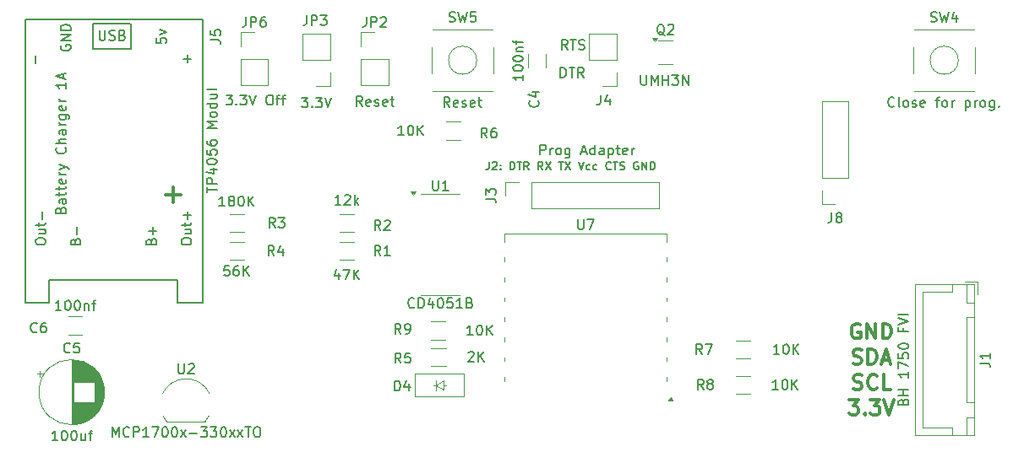
<source format=gbr>
%TF.GenerationSoftware,KiCad,Pcbnew,9.0.3*%
%TF.CreationDate,2025-07-30T11:35:09+02:00*%
%TF.ProjectId,TPOneBoard,54504f6e-6542-46f6-9172-642e6b696361,rev?*%
%TF.SameCoordinates,Original*%
%TF.FileFunction,Legend,Top*%
%TF.FilePolarity,Positive*%
%FSLAX46Y46*%
G04 Gerber Fmt 4.6, Leading zero omitted, Abs format (unit mm)*
G04 Created by KiCad (PCBNEW 9.0.3) date 2025-07-30 11:35:09*
%MOMM*%
%LPD*%
G01*
G04 APERTURE LIST*
%ADD10C,0.300000*%
%ADD11C,0.150000*%
%ADD12C,0.200000*%
%ADD13C,0.120000*%
G04 APERTURE END LIST*
D10*
X228942225Y-119334900D02*
X229156511Y-119406328D01*
X229156511Y-119406328D02*
X229513653Y-119406328D01*
X229513653Y-119406328D02*
X229656511Y-119334900D01*
X229656511Y-119334900D02*
X229727939Y-119263471D01*
X229727939Y-119263471D02*
X229799368Y-119120614D01*
X229799368Y-119120614D02*
X229799368Y-118977757D01*
X229799368Y-118977757D02*
X229727939Y-118834900D01*
X229727939Y-118834900D02*
X229656511Y-118763471D01*
X229656511Y-118763471D02*
X229513653Y-118692042D01*
X229513653Y-118692042D02*
X229227939Y-118620614D01*
X229227939Y-118620614D02*
X229085082Y-118549185D01*
X229085082Y-118549185D02*
X229013653Y-118477757D01*
X229013653Y-118477757D02*
X228942225Y-118334900D01*
X228942225Y-118334900D02*
X228942225Y-118192042D01*
X228942225Y-118192042D02*
X229013653Y-118049185D01*
X229013653Y-118049185D02*
X229085082Y-117977757D01*
X229085082Y-117977757D02*
X229227939Y-117906328D01*
X229227939Y-117906328D02*
X229585082Y-117906328D01*
X229585082Y-117906328D02*
X229799368Y-117977757D01*
X231299367Y-119263471D02*
X231227939Y-119334900D01*
X231227939Y-119334900D02*
X231013653Y-119406328D01*
X231013653Y-119406328D02*
X230870796Y-119406328D01*
X230870796Y-119406328D02*
X230656510Y-119334900D01*
X230656510Y-119334900D02*
X230513653Y-119192042D01*
X230513653Y-119192042D02*
X230442224Y-119049185D01*
X230442224Y-119049185D02*
X230370796Y-118763471D01*
X230370796Y-118763471D02*
X230370796Y-118549185D01*
X230370796Y-118549185D02*
X230442224Y-118263471D01*
X230442224Y-118263471D02*
X230513653Y-118120614D01*
X230513653Y-118120614D02*
X230656510Y-117977757D01*
X230656510Y-117977757D02*
X230870796Y-117906328D01*
X230870796Y-117906328D02*
X231013653Y-117906328D01*
X231013653Y-117906328D02*
X231227939Y-117977757D01*
X231227939Y-117977757D02*
X231299367Y-118049185D01*
X232656510Y-119406328D02*
X231942224Y-119406328D01*
X231942224Y-119406328D02*
X231942224Y-117906328D01*
X228513653Y-120468828D02*
X229442225Y-120468828D01*
X229442225Y-120468828D02*
X228942225Y-121040257D01*
X228942225Y-121040257D02*
X229156510Y-121040257D01*
X229156510Y-121040257D02*
X229299368Y-121111685D01*
X229299368Y-121111685D02*
X229370796Y-121183114D01*
X229370796Y-121183114D02*
X229442225Y-121325971D01*
X229442225Y-121325971D02*
X229442225Y-121683114D01*
X229442225Y-121683114D02*
X229370796Y-121825971D01*
X229370796Y-121825971D02*
X229299368Y-121897400D01*
X229299368Y-121897400D02*
X229156510Y-121968828D01*
X229156510Y-121968828D02*
X228727939Y-121968828D01*
X228727939Y-121968828D02*
X228585082Y-121897400D01*
X228585082Y-121897400D02*
X228513653Y-121825971D01*
X230085081Y-121825971D02*
X230156510Y-121897400D01*
X230156510Y-121897400D02*
X230085081Y-121968828D01*
X230085081Y-121968828D02*
X230013653Y-121897400D01*
X230013653Y-121897400D02*
X230085081Y-121825971D01*
X230085081Y-121825971D02*
X230085081Y-121968828D01*
X230656510Y-120468828D02*
X231585082Y-120468828D01*
X231585082Y-120468828D02*
X231085082Y-121040257D01*
X231085082Y-121040257D02*
X231299367Y-121040257D01*
X231299367Y-121040257D02*
X231442225Y-121111685D01*
X231442225Y-121111685D02*
X231513653Y-121183114D01*
X231513653Y-121183114D02*
X231585082Y-121325971D01*
X231585082Y-121325971D02*
X231585082Y-121683114D01*
X231585082Y-121683114D02*
X231513653Y-121825971D01*
X231513653Y-121825971D02*
X231442225Y-121897400D01*
X231442225Y-121897400D02*
X231299367Y-121968828D01*
X231299367Y-121968828D02*
X230870796Y-121968828D01*
X230870796Y-121968828D02*
X230727939Y-121897400D01*
X230727939Y-121897400D02*
X230656510Y-121825971D01*
X232013653Y-120468828D02*
X232513653Y-121968828D01*
X232513653Y-121968828D02*
X233013653Y-120468828D01*
D11*
X200283207Y-85290819D02*
X199949874Y-84814628D01*
X199711779Y-85290819D02*
X199711779Y-84290819D01*
X199711779Y-84290819D02*
X200092731Y-84290819D01*
X200092731Y-84290819D02*
X200187969Y-84338438D01*
X200187969Y-84338438D02*
X200235588Y-84386057D01*
X200235588Y-84386057D02*
X200283207Y-84481295D01*
X200283207Y-84481295D02*
X200283207Y-84624152D01*
X200283207Y-84624152D02*
X200235588Y-84719390D01*
X200235588Y-84719390D02*
X200187969Y-84767009D01*
X200187969Y-84767009D02*
X200092731Y-84814628D01*
X200092731Y-84814628D02*
X199711779Y-84814628D01*
X200568922Y-84290819D02*
X201140350Y-84290819D01*
X200854636Y-85290819D02*
X200854636Y-84290819D01*
X201426065Y-85243200D02*
X201568922Y-85290819D01*
X201568922Y-85290819D02*
X201807017Y-85290819D01*
X201807017Y-85290819D02*
X201902255Y-85243200D01*
X201902255Y-85243200D02*
X201949874Y-85195580D01*
X201949874Y-85195580D02*
X201997493Y-85100342D01*
X201997493Y-85100342D02*
X201997493Y-85005104D01*
X201997493Y-85005104D02*
X201949874Y-84909866D01*
X201949874Y-84909866D02*
X201902255Y-84862247D01*
X201902255Y-84862247D02*
X201807017Y-84814628D01*
X201807017Y-84814628D02*
X201616541Y-84767009D01*
X201616541Y-84767009D02*
X201521303Y-84719390D01*
X201521303Y-84719390D02*
X201473684Y-84671771D01*
X201473684Y-84671771D02*
X201426065Y-84576533D01*
X201426065Y-84576533D02*
X201426065Y-84481295D01*
X201426065Y-84481295D02*
X201473684Y-84386057D01*
X201473684Y-84386057D02*
X201521303Y-84338438D01*
X201521303Y-84338438D02*
X201616541Y-84290819D01*
X201616541Y-84290819D02*
X201854636Y-84290819D01*
X201854636Y-84290819D02*
X201997493Y-84338438D01*
X199584779Y-88084819D02*
X199584779Y-87084819D01*
X199584779Y-87084819D02*
X199822874Y-87084819D01*
X199822874Y-87084819D02*
X199965731Y-87132438D01*
X199965731Y-87132438D02*
X200060969Y-87227676D01*
X200060969Y-87227676D02*
X200108588Y-87322914D01*
X200108588Y-87322914D02*
X200156207Y-87513390D01*
X200156207Y-87513390D02*
X200156207Y-87656247D01*
X200156207Y-87656247D02*
X200108588Y-87846723D01*
X200108588Y-87846723D02*
X200060969Y-87941961D01*
X200060969Y-87941961D02*
X199965731Y-88037200D01*
X199965731Y-88037200D02*
X199822874Y-88084819D01*
X199822874Y-88084819D02*
X199584779Y-88084819D01*
X200441922Y-87084819D02*
X201013350Y-87084819D01*
X200727636Y-88084819D02*
X200727636Y-87084819D01*
X201918112Y-88084819D02*
X201584779Y-87608628D01*
X201346684Y-88084819D02*
X201346684Y-87084819D01*
X201346684Y-87084819D02*
X201727636Y-87084819D01*
X201727636Y-87084819D02*
X201822874Y-87132438D01*
X201822874Y-87132438D02*
X201870493Y-87180057D01*
X201870493Y-87180057D02*
X201918112Y-87275295D01*
X201918112Y-87275295D02*
X201918112Y-87418152D01*
X201918112Y-87418152D02*
X201870493Y-87513390D01*
X201870493Y-87513390D02*
X201822874Y-87561009D01*
X201822874Y-87561009D02*
X201727636Y-87608628D01*
X201727636Y-87608628D02*
X201346684Y-87608628D01*
D12*
X192401523Y-96547695D02*
X192401523Y-97119123D01*
X192401523Y-97119123D02*
X192363428Y-97233409D01*
X192363428Y-97233409D02*
X192287237Y-97309600D01*
X192287237Y-97309600D02*
X192172952Y-97347695D01*
X192172952Y-97347695D02*
X192096761Y-97347695D01*
X192744380Y-96623885D02*
X192782476Y-96585790D01*
X192782476Y-96585790D02*
X192858666Y-96547695D01*
X192858666Y-96547695D02*
X193049142Y-96547695D01*
X193049142Y-96547695D02*
X193125333Y-96585790D01*
X193125333Y-96585790D02*
X193163428Y-96623885D01*
X193163428Y-96623885D02*
X193201523Y-96700076D01*
X193201523Y-96700076D02*
X193201523Y-96776266D01*
X193201523Y-96776266D02*
X193163428Y-96890552D01*
X193163428Y-96890552D02*
X192706285Y-97347695D01*
X192706285Y-97347695D02*
X193201523Y-97347695D01*
X193544381Y-97271504D02*
X193582476Y-97309600D01*
X193582476Y-97309600D02*
X193544381Y-97347695D01*
X193544381Y-97347695D02*
X193506285Y-97309600D01*
X193506285Y-97309600D02*
X193544381Y-97271504D01*
X193544381Y-97271504D02*
X193544381Y-97347695D01*
X193544381Y-96852457D02*
X193582476Y-96890552D01*
X193582476Y-96890552D02*
X193544381Y-96928647D01*
X193544381Y-96928647D02*
X193506285Y-96890552D01*
X193506285Y-96890552D02*
X193544381Y-96852457D01*
X193544381Y-96852457D02*
X193544381Y-96928647D01*
X194534857Y-97347695D02*
X194534857Y-96547695D01*
X194534857Y-96547695D02*
X194725333Y-96547695D01*
X194725333Y-96547695D02*
X194839619Y-96585790D01*
X194839619Y-96585790D02*
X194915809Y-96661980D01*
X194915809Y-96661980D02*
X194953904Y-96738171D01*
X194953904Y-96738171D02*
X194992000Y-96890552D01*
X194992000Y-96890552D02*
X194992000Y-97004838D01*
X194992000Y-97004838D02*
X194953904Y-97157219D01*
X194953904Y-97157219D02*
X194915809Y-97233409D01*
X194915809Y-97233409D02*
X194839619Y-97309600D01*
X194839619Y-97309600D02*
X194725333Y-97347695D01*
X194725333Y-97347695D02*
X194534857Y-97347695D01*
X195220571Y-96547695D02*
X195677714Y-96547695D01*
X195449142Y-97347695D02*
X195449142Y-96547695D01*
X196401524Y-97347695D02*
X196134857Y-96966742D01*
X195944381Y-97347695D02*
X195944381Y-96547695D01*
X195944381Y-96547695D02*
X196249143Y-96547695D01*
X196249143Y-96547695D02*
X196325333Y-96585790D01*
X196325333Y-96585790D02*
X196363428Y-96623885D01*
X196363428Y-96623885D02*
X196401524Y-96700076D01*
X196401524Y-96700076D02*
X196401524Y-96814361D01*
X196401524Y-96814361D02*
X196363428Y-96890552D01*
X196363428Y-96890552D02*
X196325333Y-96928647D01*
X196325333Y-96928647D02*
X196249143Y-96966742D01*
X196249143Y-96966742D02*
X195944381Y-96966742D01*
X197811048Y-97347695D02*
X197544381Y-96966742D01*
X197353905Y-97347695D02*
X197353905Y-96547695D01*
X197353905Y-96547695D02*
X197658667Y-96547695D01*
X197658667Y-96547695D02*
X197734857Y-96585790D01*
X197734857Y-96585790D02*
X197772952Y-96623885D01*
X197772952Y-96623885D02*
X197811048Y-96700076D01*
X197811048Y-96700076D02*
X197811048Y-96814361D01*
X197811048Y-96814361D02*
X197772952Y-96890552D01*
X197772952Y-96890552D02*
X197734857Y-96928647D01*
X197734857Y-96928647D02*
X197658667Y-96966742D01*
X197658667Y-96966742D02*
X197353905Y-96966742D01*
X198077714Y-96547695D02*
X198611048Y-97347695D01*
X198611048Y-96547695D02*
X198077714Y-97347695D01*
X199411048Y-96547695D02*
X199868191Y-96547695D01*
X199639619Y-97347695D02*
X199639619Y-96547695D01*
X200058667Y-96547695D02*
X200592001Y-97347695D01*
X200592001Y-96547695D02*
X200058667Y-97347695D01*
X201392001Y-96547695D02*
X201658668Y-97347695D01*
X201658668Y-97347695D02*
X201925334Y-96547695D01*
X202534858Y-97309600D02*
X202458667Y-97347695D01*
X202458667Y-97347695D02*
X202306286Y-97347695D01*
X202306286Y-97347695D02*
X202230096Y-97309600D01*
X202230096Y-97309600D02*
X202192001Y-97271504D01*
X202192001Y-97271504D02*
X202153905Y-97195314D01*
X202153905Y-97195314D02*
X202153905Y-96966742D01*
X202153905Y-96966742D02*
X202192001Y-96890552D01*
X202192001Y-96890552D02*
X202230096Y-96852457D01*
X202230096Y-96852457D02*
X202306286Y-96814361D01*
X202306286Y-96814361D02*
X202458667Y-96814361D01*
X202458667Y-96814361D02*
X202534858Y-96852457D01*
X203220572Y-97309600D02*
X203144381Y-97347695D01*
X203144381Y-97347695D02*
X202992000Y-97347695D01*
X202992000Y-97347695D02*
X202915810Y-97309600D01*
X202915810Y-97309600D02*
X202877715Y-97271504D01*
X202877715Y-97271504D02*
X202839619Y-97195314D01*
X202839619Y-97195314D02*
X202839619Y-96966742D01*
X202839619Y-96966742D02*
X202877715Y-96890552D01*
X202877715Y-96890552D02*
X202915810Y-96852457D01*
X202915810Y-96852457D02*
X202992000Y-96814361D01*
X202992000Y-96814361D02*
X203144381Y-96814361D01*
X203144381Y-96814361D02*
X203220572Y-96852457D01*
X204630096Y-97271504D02*
X204592000Y-97309600D01*
X204592000Y-97309600D02*
X204477715Y-97347695D01*
X204477715Y-97347695D02*
X204401524Y-97347695D01*
X204401524Y-97347695D02*
X204287238Y-97309600D01*
X204287238Y-97309600D02*
X204211048Y-97233409D01*
X204211048Y-97233409D02*
X204172953Y-97157219D01*
X204172953Y-97157219D02*
X204134857Y-97004838D01*
X204134857Y-97004838D02*
X204134857Y-96890552D01*
X204134857Y-96890552D02*
X204172953Y-96738171D01*
X204172953Y-96738171D02*
X204211048Y-96661980D01*
X204211048Y-96661980D02*
X204287238Y-96585790D01*
X204287238Y-96585790D02*
X204401524Y-96547695D01*
X204401524Y-96547695D02*
X204477715Y-96547695D01*
X204477715Y-96547695D02*
X204592000Y-96585790D01*
X204592000Y-96585790D02*
X204630096Y-96623885D01*
X204858667Y-96547695D02*
X205315810Y-96547695D01*
X205087238Y-97347695D02*
X205087238Y-96547695D01*
X205544381Y-97309600D02*
X205658667Y-97347695D01*
X205658667Y-97347695D02*
X205849143Y-97347695D01*
X205849143Y-97347695D02*
X205925334Y-97309600D01*
X205925334Y-97309600D02*
X205963429Y-97271504D01*
X205963429Y-97271504D02*
X206001524Y-97195314D01*
X206001524Y-97195314D02*
X206001524Y-97119123D01*
X206001524Y-97119123D02*
X205963429Y-97042933D01*
X205963429Y-97042933D02*
X205925334Y-97004838D01*
X205925334Y-97004838D02*
X205849143Y-96966742D01*
X205849143Y-96966742D02*
X205696762Y-96928647D01*
X205696762Y-96928647D02*
X205620572Y-96890552D01*
X205620572Y-96890552D02*
X205582477Y-96852457D01*
X205582477Y-96852457D02*
X205544381Y-96776266D01*
X205544381Y-96776266D02*
X205544381Y-96700076D01*
X205544381Y-96700076D02*
X205582477Y-96623885D01*
X205582477Y-96623885D02*
X205620572Y-96585790D01*
X205620572Y-96585790D02*
X205696762Y-96547695D01*
X205696762Y-96547695D02*
X205887239Y-96547695D01*
X205887239Y-96547695D02*
X206001524Y-96585790D01*
X207372953Y-96585790D02*
X207296763Y-96547695D01*
X207296763Y-96547695D02*
X207182477Y-96547695D01*
X207182477Y-96547695D02*
X207068191Y-96585790D01*
X207068191Y-96585790D02*
X206992001Y-96661980D01*
X206992001Y-96661980D02*
X206953906Y-96738171D01*
X206953906Y-96738171D02*
X206915810Y-96890552D01*
X206915810Y-96890552D02*
X206915810Y-97004838D01*
X206915810Y-97004838D02*
X206953906Y-97157219D01*
X206953906Y-97157219D02*
X206992001Y-97233409D01*
X206992001Y-97233409D02*
X207068191Y-97309600D01*
X207068191Y-97309600D02*
X207182477Y-97347695D01*
X207182477Y-97347695D02*
X207258668Y-97347695D01*
X207258668Y-97347695D02*
X207372953Y-97309600D01*
X207372953Y-97309600D02*
X207411049Y-97271504D01*
X207411049Y-97271504D02*
X207411049Y-97004838D01*
X207411049Y-97004838D02*
X207258668Y-97004838D01*
X207753906Y-97347695D02*
X207753906Y-96547695D01*
X207753906Y-96547695D02*
X208211049Y-97347695D01*
X208211049Y-97347695D02*
X208211049Y-96547695D01*
X208592001Y-97347695D02*
X208592001Y-96547695D01*
X208592001Y-96547695D02*
X208782477Y-96547695D01*
X208782477Y-96547695D02*
X208896763Y-96585790D01*
X208896763Y-96585790D02*
X208972953Y-96661980D01*
X208972953Y-96661980D02*
X209011048Y-96738171D01*
X209011048Y-96738171D02*
X209049144Y-96890552D01*
X209049144Y-96890552D02*
X209049144Y-97004838D01*
X209049144Y-97004838D02*
X209011048Y-97157219D01*
X209011048Y-97157219D02*
X208972953Y-97233409D01*
X208972953Y-97233409D02*
X208896763Y-97309600D01*
X208896763Y-97309600D02*
X208782477Y-97347695D01*
X208782477Y-97347695D02*
X208592001Y-97347695D01*
D10*
X228906511Y-116772400D02*
X229120797Y-116843828D01*
X229120797Y-116843828D02*
X229477939Y-116843828D01*
X229477939Y-116843828D02*
X229620797Y-116772400D01*
X229620797Y-116772400D02*
X229692225Y-116700971D01*
X229692225Y-116700971D02*
X229763654Y-116558114D01*
X229763654Y-116558114D02*
X229763654Y-116415257D01*
X229763654Y-116415257D02*
X229692225Y-116272400D01*
X229692225Y-116272400D02*
X229620797Y-116200971D01*
X229620797Y-116200971D02*
X229477939Y-116129542D01*
X229477939Y-116129542D02*
X229192225Y-116058114D01*
X229192225Y-116058114D02*
X229049368Y-115986685D01*
X229049368Y-115986685D02*
X228977939Y-115915257D01*
X228977939Y-115915257D02*
X228906511Y-115772400D01*
X228906511Y-115772400D02*
X228906511Y-115629542D01*
X228906511Y-115629542D02*
X228977939Y-115486685D01*
X228977939Y-115486685D02*
X229049368Y-115415257D01*
X229049368Y-115415257D02*
X229192225Y-115343828D01*
X229192225Y-115343828D02*
X229549368Y-115343828D01*
X229549368Y-115343828D02*
X229763654Y-115415257D01*
X230406510Y-116843828D02*
X230406510Y-115343828D01*
X230406510Y-115343828D02*
X230763653Y-115343828D01*
X230763653Y-115343828D02*
X230977939Y-115415257D01*
X230977939Y-115415257D02*
X231120796Y-115558114D01*
X231120796Y-115558114D02*
X231192225Y-115700971D01*
X231192225Y-115700971D02*
X231263653Y-115986685D01*
X231263653Y-115986685D02*
X231263653Y-116200971D01*
X231263653Y-116200971D02*
X231192225Y-116486685D01*
X231192225Y-116486685D02*
X231120796Y-116629542D01*
X231120796Y-116629542D02*
X230977939Y-116772400D01*
X230977939Y-116772400D02*
X230763653Y-116843828D01*
X230763653Y-116843828D02*
X230406510Y-116843828D01*
X231835082Y-116415257D02*
X232549368Y-116415257D01*
X231692225Y-116843828D02*
X232192225Y-115343828D01*
X232192225Y-115343828D02*
X232692225Y-116843828D01*
D11*
X197552779Y-95831819D02*
X197552779Y-94831819D01*
X197552779Y-94831819D02*
X197933731Y-94831819D01*
X197933731Y-94831819D02*
X198028969Y-94879438D01*
X198028969Y-94879438D02*
X198076588Y-94927057D01*
X198076588Y-94927057D02*
X198124207Y-95022295D01*
X198124207Y-95022295D02*
X198124207Y-95165152D01*
X198124207Y-95165152D02*
X198076588Y-95260390D01*
X198076588Y-95260390D02*
X198028969Y-95308009D01*
X198028969Y-95308009D02*
X197933731Y-95355628D01*
X197933731Y-95355628D02*
X197552779Y-95355628D01*
X198552779Y-95831819D02*
X198552779Y-95165152D01*
X198552779Y-95355628D02*
X198600398Y-95260390D01*
X198600398Y-95260390D02*
X198648017Y-95212771D01*
X198648017Y-95212771D02*
X198743255Y-95165152D01*
X198743255Y-95165152D02*
X198838493Y-95165152D01*
X199314684Y-95831819D02*
X199219446Y-95784200D01*
X199219446Y-95784200D02*
X199171827Y-95736580D01*
X199171827Y-95736580D02*
X199124208Y-95641342D01*
X199124208Y-95641342D02*
X199124208Y-95355628D01*
X199124208Y-95355628D02*
X199171827Y-95260390D01*
X199171827Y-95260390D02*
X199219446Y-95212771D01*
X199219446Y-95212771D02*
X199314684Y-95165152D01*
X199314684Y-95165152D02*
X199457541Y-95165152D01*
X199457541Y-95165152D02*
X199552779Y-95212771D01*
X199552779Y-95212771D02*
X199600398Y-95260390D01*
X199600398Y-95260390D02*
X199648017Y-95355628D01*
X199648017Y-95355628D02*
X199648017Y-95641342D01*
X199648017Y-95641342D02*
X199600398Y-95736580D01*
X199600398Y-95736580D02*
X199552779Y-95784200D01*
X199552779Y-95784200D02*
X199457541Y-95831819D01*
X199457541Y-95831819D02*
X199314684Y-95831819D01*
X200505160Y-95165152D02*
X200505160Y-95974676D01*
X200505160Y-95974676D02*
X200457541Y-96069914D01*
X200457541Y-96069914D02*
X200409922Y-96117533D01*
X200409922Y-96117533D02*
X200314684Y-96165152D01*
X200314684Y-96165152D02*
X200171827Y-96165152D01*
X200171827Y-96165152D02*
X200076589Y-96117533D01*
X200505160Y-95784200D02*
X200409922Y-95831819D01*
X200409922Y-95831819D02*
X200219446Y-95831819D01*
X200219446Y-95831819D02*
X200124208Y-95784200D01*
X200124208Y-95784200D02*
X200076589Y-95736580D01*
X200076589Y-95736580D02*
X200028970Y-95641342D01*
X200028970Y-95641342D02*
X200028970Y-95355628D01*
X200028970Y-95355628D02*
X200076589Y-95260390D01*
X200076589Y-95260390D02*
X200124208Y-95212771D01*
X200124208Y-95212771D02*
X200219446Y-95165152D01*
X200219446Y-95165152D02*
X200409922Y-95165152D01*
X200409922Y-95165152D02*
X200505160Y-95212771D01*
X201695637Y-95546104D02*
X202171827Y-95546104D01*
X201600399Y-95831819D02*
X201933732Y-94831819D01*
X201933732Y-94831819D02*
X202267065Y-95831819D01*
X203028970Y-95831819D02*
X203028970Y-94831819D01*
X203028970Y-95784200D02*
X202933732Y-95831819D01*
X202933732Y-95831819D02*
X202743256Y-95831819D01*
X202743256Y-95831819D02*
X202648018Y-95784200D01*
X202648018Y-95784200D02*
X202600399Y-95736580D01*
X202600399Y-95736580D02*
X202552780Y-95641342D01*
X202552780Y-95641342D02*
X202552780Y-95355628D01*
X202552780Y-95355628D02*
X202600399Y-95260390D01*
X202600399Y-95260390D02*
X202648018Y-95212771D01*
X202648018Y-95212771D02*
X202743256Y-95165152D01*
X202743256Y-95165152D02*
X202933732Y-95165152D01*
X202933732Y-95165152D02*
X203028970Y-95212771D01*
X203933732Y-95831819D02*
X203933732Y-95308009D01*
X203933732Y-95308009D02*
X203886113Y-95212771D01*
X203886113Y-95212771D02*
X203790875Y-95165152D01*
X203790875Y-95165152D02*
X203600399Y-95165152D01*
X203600399Y-95165152D02*
X203505161Y-95212771D01*
X203933732Y-95784200D02*
X203838494Y-95831819D01*
X203838494Y-95831819D02*
X203600399Y-95831819D01*
X203600399Y-95831819D02*
X203505161Y-95784200D01*
X203505161Y-95784200D02*
X203457542Y-95688961D01*
X203457542Y-95688961D02*
X203457542Y-95593723D01*
X203457542Y-95593723D02*
X203505161Y-95498485D01*
X203505161Y-95498485D02*
X203600399Y-95450866D01*
X203600399Y-95450866D02*
X203838494Y-95450866D01*
X203838494Y-95450866D02*
X203933732Y-95403247D01*
X204409923Y-95165152D02*
X204409923Y-96165152D01*
X204409923Y-95212771D02*
X204505161Y-95165152D01*
X204505161Y-95165152D02*
X204695637Y-95165152D01*
X204695637Y-95165152D02*
X204790875Y-95212771D01*
X204790875Y-95212771D02*
X204838494Y-95260390D01*
X204838494Y-95260390D02*
X204886113Y-95355628D01*
X204886113Y-95355628D02*
X204886113Y-95641342D01*
X204886113Y-95641342D02*
X204838494Y-95736580D01*
X204838494Y-95736580D02*
X204790875Y-95784200D01*
X204790875Y-95784200D02*
X204695637Y-95831819D01*
X204695637Y-95831819D02*
X204505161Y-95831819D01*
X204505161Y-95831819D02*
X204409923Y-95784200D01*
X205171828Y-95165152D02*
X205552780Y-95165152D01*
X205314685Y-94831819D02*
X205314685Y-95688961D01*
X205314685Y-95688961D02*
X205362304Y-95784200D01*
X205362304Y-95784200D02*
X205457542Y-95831819D01*
X205457542Y-95831819D02*
X205552780Y-95831819D01*
X206267066Y-95784200D02*
X206171828Y-95831819D01*
X206171828Y-95831819D02*
X205981352Y-95831819D01*
X205981352Y-95831819D02*
X205886114Y-95784200D01*
X205886114Y-95784200D02*
X205838495Y-95688961D01*
X205838495Y-95688961D02*
X205838495Y-95308009D01*
X205838495Y-95308009D02*
X205886114Y-95212771D01*
X205886114Y-95212771D02*
X205981352Y-95165152D01*
X205981352Y-95165152D02*
X206171828Y-95165152D01*
X206171828Y-95165152D02*
X206267066Y-95212771D01*
X206267066Y-95212771D02*
X206314685Y-95308009D01*
X206314685Y-95308009D02*
X206314685Y-95403247D01*
X206314685Y-95403247D02*
X205838495Y-95498485D01*
X206743257Y-95831819D02*
X206743257Y-95165152D01*
X206743257Y-95355628D02*
X206790876Y-95260390D01*
X206790876Y-95260390D02*
X206838495Y-95212771D01*
X206838495Y-95212771D02*
X206933733Y-95165152D01*
X206933733Y-95165152D02*
X207028971Y-95165152D01*
D10*
X229585082Y-112852757D02*
X229442225Y-112781328D01*
X229442225Y-112781328D02*
X229227939Y-112781328D01*
X229227939Y-112781328D02*
X229013653Y-112852757D01*
X229013653Y-112852757D02*
X228870796Y-112995614D01*
X228870796Y-112995614D02*
X228799367Y-113138471D01*
X228799367Y-113138471D02*
X228727939Y-113424185D01*
X228727939Y-113424185D02*
X228727939Y-113638471D01*
X228727939Y-113638471D02*
X228799367Y-113924185D01*
X228799367Y-113924185D02*
X228870796Y-114067042D01*
X228870796Y-114067042D02*
X229013653Y-114209900D01*
X229013653Y-114209900D02*
X229227939Y-114281328D01*
X229227939Y-114281328D02*
X229370796Y-114281328D01*
X229370796Y-114281328D02*
X229585082Y-114209900D01*
X229585082Y-114209900D02*
X229656510Y-114138471D01*
X229656510Y-114138471D02*
X229656510Y-113638471D01*
X229656510Y-113638471D02*
X229370796Y-113638471D01*
X230299367Y-114281328D02*
X230299367Y-112781328D01*
X230299367Y-112781328D02*
X231156510Y-114281328D01*
X231156510Y-114281328D02*
X231156510Y-112781328D01*
X231870796Y-114281328D02*
X231870796Y-112781328D01*
X231870796Y-112781328D02*
X232227939Y-112781328D01*
X232227939Y-112781328D02*
X232442225Y-112852757D01*
X232442225Y-112852757D02*
X232585082Y-112995614D01*
X232585082Y-112995614D02*
X232656511Y-113138471D01*
X232656511Y-113138471D02*
X232727939Y-113424185D01*
X232727939Y-113424185D02*
X232727939Y-113638471D01*
X232727939Y-113638471D02*
X232656511Y-113924185D01*
X232656511Y-113924185D02*
X232585082Y-114067042D01*
X232585082Y-114067042D02*
X232442225Y-114209900D01*
X232442225Y-114209900D02*
X232227939Y-114281328D01*
X232227939Y-114281328D02*
X231870796Y-114281328D01*
X160025558Y-99895733D02*
X161549368Y-99895733D01*
X160787463Y-100657638D02*
X160787463Y-99133828D01*
D11*
X181555333Y-105941819D02*
X181222000Y-105465628D01*
X180983905Y-105941819D02*
X180983905Y-104941819D01*
X180983905Y-104941819D02*
X181364857Y-104941819D01*
X181364857Y-104941819D02*
X181460095Y-104989438D01*
X181460095Y-104989438D02*
X181507714Y-105037057D01*
X181507714Y-105037057D02*
X181555333Y-105132295D01*
X181555333Y-105132295D02*
X181555333Y-105275152D01*
X181555333Y-105275152D02*
X181507714Y-105370390D01*
X181507714Y-105370390D02*
X181460095Y-105418009D01*
X181460095Y-105418009D02*
X181364857Y-105465628D01*
X181364857Y-105465628D02*
X180983905Y-105465628D01*
X182507714Y-105941819D02*
X181936286Y-105941819D01*
X182222000Y-105941819D02*
X182222000Y-104941819D01*
X182222000Y-104941819D02*
X182126762Y-105084676D01*
X182126762Y-105084676D02*
X182031524Y-105179914D01*
X182031524Y-105179914D02*
X181936286Y-105227533D01*
X177380285Y-107688152D02*
X177380285Y-108354819D01*
X177142190Y-107307200D02*
X176904095Y-108021485D01*
X176904095Y-108021485D02*
X177523142Y-108021485D01*
X177808857Y-107354819D02*
X178475523Y-107354819D01*
X178475523Y-107354819D02*
X178046952Y-108354819D01*
X178856476Y-108354819D02*
X178856476Y-107354819D01*
X179427904Y-108354819D02*
X178999333Y-107783390D01*
X179427904Y-107354819D02*
X178856476Y-107926247D01*
X197321580Y-90413666D02*
X197369200Y-90461285D01*
X197369200Y-90461285D02*
X197416819Y-90604142D01*
X197416819Y-90604142D02*
X197416819Y-90699380D01*
X197416819Y-90699380D02*
X197369200Y-90842237D01*
X197369200Y-90842237D02*
X197273961Y-90937475D01*
X197273961Y-90937475D02*
X197178723Y-90985094D01*
X197178723Y-90985094D02*
X196988247Y-91032713D01*
X196988247Y-91032713D02*
X196845390Y-91032713D01*
X196845390Y-91032713D02*
X196654914Y-90985094D01*
X196654914Y-90985094D02*
X196559676Y-90937475D01*
X196559676Y-90937475D02*
X196464438Y-90842237D01*
X196464438Y-90842237D02*
X196416819Y-90699380D01*
X196416819Y-90699380D02*
X196416819Y-90604142D01*
X196416819Y-90604142D02*
X196464438Y-90461285D01*
X196464438Y-90461285D02*
X196512057Y-90413666D01*
X196750152Y-89556523D02*
X197416819Y-89556523D01*
X196369200Y-89794618D02*
X197083485Y-90032713D01*
X197083485Y-90032713D02*
X197083485Y-89413666D01*
X195820819Y-87803262D02*
X195820819Y-88374690D01*
X195820819Y-88088976D02*
X194820819Y-88088976D01*
X194820819Y-88088976D02*
X194963676Y-88184214D01*
X194963676Y-88184214D02*
X195058914Y-88279452D01*
X195058914Y-88279452D02*
X195106533Y-88374690D01*
X194820819Y-87184214D02*
X194820819Y-87088976D01*
X194820819Y-87088976D02*
X194868438Y-86993738D01*
X194868438Y-86993738D02*
X194916057Y-86946119D01*
X194916057Y-86946119D02*
X195011295Y-86898500D01*
X195011295Y-86898500D02*
X195201771Y-86850881D01*
X195201771Y-86850881D02*
X195439866Y-86850881D01*
X195439866Y-86850881D02*
X195630342Y-86898500D01*
X195630342Y-86898500D02*
X195725580Y-86946119D01*
X195725580Y-86946119D02*
X195773200Y-86993738D01*
X195773200Y-86993738D02*
X195820819Y-87088976D01*
X195820819Y-87088976D02*
X195820819Y-87184214D01*
X195820819Y-87184214D02*
X195773200Y-87279452D01*
X195773200Y-87279452D02*
X195725580Y-87327071D01*
X195725580Y-87327071D02*
X195630342Y-87374690D01*
X195630342Y-87374690D02*
X195439866Y-87422309D01*
X195439866Y-87422309D02*
X195201771Y-87422309D01*
X195201771Y-87422309D02*
X195011295Y-87374690D01*
X195011295Y-87374690D02*
X194916057Y-87327071D01*
X194916057Y-87327071D02*
X194868438Y-87279452D01*
X194868438Y-87279452D02*
X194820819Y-87184214D01*
X194820819Y-86231833D02*
X194820819Y-86136595D01*
X194820819Y-86136595D02*
X194868438Y-86041357D01*
X194868438Y-86041357D02*
X194916057Y-85993738D01*
X194916057Y-85993738D02*
X195011295Y-85946119D01*
X195011295Y-85946119D02*
X195201771Y-85898500D01*
X195201771Y-85898500D02*
X195439866Y-85898500D01*
X195439866Y-85898500D02*
X195630342Y-85946119D01*
X195630342Y-85946119D02*
X195725580Y-85993738D01*
X195725580Y-85993738D02*
X195773200Y-86041357D01*
X195773200Y-86041357D02*
X195820819Y-86136595D01*
X195820819Y-86136595D02*
X195820819Y-86231833D01*
X195820819Y-86231833D02*
X195773200Y-86327071D01*
X195773200Y-86327071D02*
X195725580Y-86374690D01*
X195725580Y-86374690D02*
X195630342Y-86422309D01*
X195630342Y-86422309D02*
X195439866Y-86469928D01*
X195439866Y-86469928D02*
X195201771Y-86469928D01*
X195201771Y-86469928D02*
X195011295Y-86422309D01*
X195011295Y-86422309D02*
X194916057Y-86374690D01*
X194916057Y-86374690D02*
X194868438Y-86327071D01*
X194868438Y-86327071D02*
X194820819Y-86231833D01*
X195154152Y-85469928D02*
X195820819Y-85469928D01*
X195249390Y-85469928D02*
X195201771Y-85422309D01*
X195201771Y-85422309D02*
X195154152Y-85327071D01*
X195154152Y-85327071D02*
X195154152Y-85184214D01*
X195154152Y-85184214D02*
X195201771Y-85088976D01*
X195201771Y-85088976D02*
X195297009Y-85041357D01*
X195297009Y-85041357D02*
X195820819Y-85041357D01*
X195154152Y-84708023D02*
X195154152Y-84327071D01*
X195820819Y-84565166D02*
X194963676Y-84565166D01*
X194963676Y-84565166D02*
X194868438Y-84517547D01*
X194868438Y-84517547D02*
X194820819Y-84422309D01*
X194820819Y-84422309D02*
X194820819Y-84327071D01*
X168061666Y-81987819D02*
X168061666Y-82702104D01*
X168061666Y-82702104D02*
X168014047Y-82844961D01*
X168014047Y-82844961D02*
X167918809Y-82940200D01*
X167918809Y-82940200D02*
X167775952Y-82987819D01*
X167775952Y-82987819D02*
X167680714Y-82987819D01*
X168537857Y-82987819D02*
X168537857Y-81987819D01*
X168537857Y-81987819D02*
X168918809Y-81987819D01*
X168918809Y-81987819D02*
X169014047Y-82035438D01*
X169014047Y-82035438D02*
X169061666Y-82083057D01*
X169061666Y-82083057D02*
X169109285Y-82178295D01*
X169109285Y-82178295D02*
X169109285Y-82321152D01*
X169109285Y-82321152D02*
X169061666Y-82416390D01*
X169061666Y-82416390D02*
X169014047Y-82464009D01*
X169014047Y-82464009D02*
X168918809Y-82511628D01*
X168918809Y-82511628D02*
X168537857Y-82511628D01*
X169966428Y-81987819D02*
X169775952Y-81987819D01*
X169775952Y-81987819D02*
X169680714Y-82035438D01*
X169680714Y-82035438D02*
X169633095Y-82083057D01*
X169633095Y-82083057D02*
X169537857Y-82225914D01*
X169537857Y-82225914D02*
X169490238Y-82416390D01*
X169490238Y-82416390D02*
X169490238Y-82797342D01*
X169490238Y-82797342D02*
X169537857Y-82892580D01*
X169537857Y-82892580D02*
X169585476Y-82940200D01*
X169585476Y-82940200D02*
X169680714Y-82987819D01*
X169680714Y-82987819D02*
X169871190Y-82987819D01*
X169871190Y-82987819D02*
X169966428Y-82940200D01*
X169966428Y-82940200D02*
X170014047Y-82892580D01*
X170014047Y-82892580D02*
X170061666Y-82797342D01*
X170061666Y-82797342D02*
X170061666Y-82559247D01*
X170061666Y-82559247D02*
X170014047Y-82464009D01*
X170014047Y-82464009D02*
X169966428Y-82416390D01*
X169966428Y-82416390D02*
X169871190Y-82368771D01*
X169871190Y-82368771D02*
X169680714Y-82368771D01*
X169680714Y-82368771D02*
X169585476Y-82416390D01*
X169585476Y-82416390D02*
X169537857Y-82464009D01*
X169537857Y-82464009D02*
X169490238Y-82559247D01*
X166069619Y-89828819D02*
X166688666Y-89828819D01*
X166688666Y-89828819D02*
X166355333Y-90209771D01*
X166355333Y-90209771D02*
X166498190Y-90209771D01*
X166498190Y-90209771D02*
X166593428Y-90257390D01*
X166593428Y-90257390D02*
X166641047Y-90305009D01*
X166641047Y-90305009D02*
X166688666Y-90400247D01*
X166688666Y-90400247D02*
X166688666Y-90638342D01*
X166688666Y-90638342D02*
X166641047Y-90733580D01*
X166641047Y-90733580D02*
X166593428Y-90781200D01*
X166593428Y-90781200D02*
X166498190Y-90828819D01*
X166498190Y-90828819D02*
X166212476Y-90828819D01*
X166212476Y-90828819D02*
X166117238Y-90781200D01*
X166117238Y-90781200D02*
X166069619Y-90733580D01*
X167117238Y-90733580D02*
X167164857Y-90781200D01*
X167164857Y-90781200D02*
X167117238Y-90828819D01*
X167117238Y-90828819D02*
X167069619Y-90781200D01*
X167069619Y-90781200D02*
X167117238Y-90733580D01*
X167117238Y-90733580D02*
X167117238Y-90828819D01*
X167498190Y-89828819D02*
X168117237Y-89828819D01*
X168117237Y-89828819D02*
X167783904Y-90209771D01*
X167783904Y-90209771D02*
X167926761Y-90209771D01*
X167926761Y-90209771D02*
X168021999Y-90257390D01*
X168021999Y-90257390D02*
X168069618Y-90305009D01*
X168069618Y-90305009D02*
X168117237Y-90400247D01*
X168117237Y-90400247D02*
X168117237Y-90638342D01*
X168117237Y-90638342D02*
X168069618Y-90733580D01*
X168069618Y-90733580D02*
X168021999Y-90781200D01*
X168021999Y-90781200D02*
X167926761Y-90828819D01*
X167926761Y-90828819D02*
X167641047Y-90828819D01*
X167641047Y-90828819D02*
X167545809Y-90781200D01*
X167545809Y-90781200D02*
X167498190Y-90733580D01*
X168402952Y-89828819D02*
X168736285Y-90828819D01*
X168736285Y-90828819D02*
X169069618Y-89828819D01*
X170355333Y-89828819D02*
X170545809Y-89828819D01*
X170545809Y-89828819D02*
X170641047Y-89876438D01*
X170641047Y-89876438D02*
X170736285Y-89971676D01*
X170736285Y-89971676D02*
X170783904Y-90162152D01*
X170783904Y-90162152D02*
X170783904Y-90495485D01*
X170783904Y-90495485D02*
X170736285Y-90685961D01*
X170736285Y-90685961D02*
X170641047Y-90781200D01*
X170641047Y-90781200D02*
X170545809Y-90828819D01*
X170545809Y-90828819D02*
X170355333Y-90828819D01*
X170355333Y-90828819D02*
X170260095Y-90781200D01*
X170260095Y-90781200D02*
X170164857Y-90685961D01*
X170164857Y-90685961D02*
X170117238Y-90495485D01*
X170117238Y-90495485D02*
X170117238Y-90162152D01*
X170117238Y-90162152D02*
X170164857Y-89971676D01*
X170164857Y-89971676D02*
X170260095Y-89876438D01*
X170260095Y-89876438D02*
X170355333Y-89828819D01*
X171069619Y-90162152D02*
X171450571Y-90162152D01*
X171212476Y-90828819D02*
X171212476Y-89971676D01*
X171212476Y-89971676D02*
X171260095Y-89876438D01*
X171260095Y-89876438D02*
X171355333Y-89828819D01*
X171355333Y-89828819D02*
X171450571Y-89828819D01*
X171641048Y-90162152D02*
X172022000Y-90162152D01*
X171783905Y-90828819D02*
X171783905Y-89971676D01*
X171783905Y-89971676D02*
X171831524Y-89876438D01*
X171831524Y-89876438D02*
X171926762Y-89828819D01*
X171926762Y-89828819D02*
X172022000Y-89828819D01*
X170976333Y-103147819D02*
X170643000Y-102671628D01*
X170404905Y-103147819D02*
X170404905Y-102147819D01*
X170404905Y-102147819D02*
X170785857Y-102147819D01*
X170785857Y-102147819D02*
X170881095Y-102195438D01*
X170881095Y-102195438D02*
X170928714Y-102243057D01*
X170928714Y-102243057D02*
X170976333Y-102338295D01*
X170976333Y-102338295D02*
X170976333Y-102481152D01*
X170976333Y-102481152D02*
X170928714Y-102576390D01*
X170928714Y-102576390D02*
X170881095Y-102624009D01*
X170881095Y-102624009D02*
X170785857Y-102671628D01*
X170785857Y-102671628D02*
X170404905Y-102671628D01*
X171309667Y-102147819D02*
X171928714Y-102147819D01*
X171928714Y-102147819D02*
X171595381Y-102528771D01*
X171595381Y-102528771D02*
X171738238Y-102528771D01*
X171738238Y-102528771D02*
X171833476Y-102576390D01*
X171833476Y-102576390D02*
X171881095Y-102624009D01*
X171881095Y-102624009D02*
X171928714Y-102719247D01*
X171928714Y-102719247D02*
X171928714Y-102957342D01*
X171928714Y-102957342D02*
X171881095Y-103052580D01*
X171881095Y-103052580D02*
X171833476Y-103100200D01*
X171833476Y-103100200D02*
X171738238Y-103147819D01*
X171738238Y-103147819D02*
X171452524Y-103147819D01*
X171452524Y-103147819D02*
X171357286Y-103100200D01*
X171357286Y-103100200D02*
X171309667Y-103052580D01*
X165950333Y-100988819D02*
X165378905Y-100988819D01*
X165664619Y-100988819D02*
X165664619Y-99988819D01*
X165664619Y-99988819D02*
X165569381Y-100131676D01*
X165569381Y-100131676D02*
X165474143Y-100226914D01*
X165474143Y-100226914D02*
X165378905Y-100274533D01*
X166521762Y-100417390D02*
X166426524Y-100369771D01*
X166426524Y-100369771D02*
X166378905Y-100322152D01*
X166378905Y-100322152D02*
X166331286Y-100226914D01*
X166331286Y-100226914D02*
X166331286Y-100179295D01*
X166331286Y-100179295D02*
X166378905Y-100084057D01*
X166378905Y-100084057D02*
X166426524Y-100036438D01*
X166426524Y-100036438D02*
X166521762Y-99988819D01*
X166521762Y-99988819D02*
X166712238Y-99988819D01*
X166712238Y-99988819D02*
X166807476Y-100036438D01*
X166807476Y-100036438D02*
X166855095Y-100084057D01*
X166855095Y-100084057D02*
X166902714Y-100179295D01*
X166902714Y-100179295D02*
X166902714Y-100226914D01*
X166902714Y-100226914D02*
X166855095Y-100322152D01*
X166855095Y-100322152D02*
X166807476Y-100369771D01*
X166807476Y-100369771D02*
X166712238Y-100417390D01*
X166712238Y-100417390D02*
X166521762Y-100417390D01*
X166521762Y-100417390D02*
X166426524Y-100465009D01*
X166426524Y-100465009D02*
X166378905Y-100512628D01*
X166378905Y-100512628D02*
X166331286Y-100607866D01*
X166331286Y-100607866D02*
X166331286Y-100798342D01*
X166331286Y-100798342D02*
X166378905Y-100893580D01*
X166378905Y-100893580D02*
X166426524Y-100941200D01*
X166426524Y-100941200D02*
X166521762Y-100988819D01*
X166521762Y-100988819D02*
X166712238Y-100988819D01*
X166712238Y-100988819D02*
X166807476Y-100941200D01*
X166807476Y-100941200D02*
X166855095Y-100893580D01*
X166855095Y-100893580D02*
X166902714Y-100798342D01*
X166902714Y-100798342D02*
X166902714Y-100607866D01*
X166902714Y-100607866D02*
X166855095Y-100512628D01*
X166855095Y-100512628D02*
X166807476Y-100465009D01*
X166807476Y-100465009D02*
X166712238Y-100417390D01*
X167521762Y-99988819D02*
X167617000Y-99988819D01*
X167617000Y-99988819D02*
X167712238Y-100036438D01*
X167712238Y-100036438D02*
X167759857Y-100084057D01*
X167759857Y-100084057D02*
X167807476Y-100179295D01*
X167807476Y-100179295D02*
X167855095Y-100369771D01*
X167855095Y-100369771D02*
X167855095Y-100607866D01*
X167855095Y-100607866D02*
X167807476Y-100798342D01*
X167807476Y-100798342D02*
X167759857Y-100893580D01*
X167759857Y-100893580D02*
X167712238Y-100941200D01*
X167712238Y-100941200D02*
X167617000Y-100988819D01*
X167617000Y-100988819D02*
X167521762Y-100988819D01*
X167521762Y-100988819D02*
X167426524Y-100941200D01*
X167426524Y-100941200D02*
X167378905Y-100893580D01*
X167378905Y-100893580D02*
X167331286Y-100798342D01*
X167331286Y-100798342D02*
X167283667Y-100607866D01*
X167283667Y-100607866D02*
X167283667Y-100369771D01*
X167283667Y-100369771D02*
X167331286Y-100179295D01*
X167331286Y-100179295D02*
X167378905Y-100084057D01*
X167378905Y-100084057D02*
X167426524Y-100036438D01*
X167426524Y-100036438D02*
X167521762Y-99988819D01*
X168283667Y-100988819D02*
X168283667Y-99988819D01*
X168855095Y-100988819D02*
X168426524Y-100417390D01*
X168855095Y-99988819D02*
X168283667Y-100560247D01*
X150435333Y-115627580D02*
X150387714Y-115675200D01*
X150387714Y-115675200D02*
X150244857Y-115722819D01*
X150244857Y-115722819D02*
X150149619Y-115722819D01*
X150149619Y-115722819D02*
X150006762Y-115675200D01*
X150006762Y-115675200D02*
X149911524Y-115579961D01*
X149911524Y-115579961D02*
X149863905Y-115484723D01*
X149863905Y-115484723D02*
X149816286Y-115294247D01*
X149816286Y-115294247D02*
X149816286Y-115151390D01*
X149816286Y-115151390D02*
X149863905Y-114960914D01*
X149863905Y-114960914D02*
X149911524Y-114865676D01*
X149911524Y-114865676D02*
X150006762Y-114770438D01*
X150006762Y-114770438D02*
X150149619Y-114722819D01*
X150149619Y-114722819D02*
X150244857Y-114722819D01*
X150244857Y-114722819D02*
X150387714Y-114770438D01*
X150387714Y-114770438D02*
X150435333Y-114818057D01*
X151340095Y-114722819D02*
X150863905Y-114722819D01*
X150863905Y-114722819D02*
X150816286Y-115199009D01*
X150816286Y-115199009D02*
X150863905Y-115151390D01*
X150863905Y-115151390D02*
X150959143Y-115103771D01*
X150959143Y-115103771D02*
X151197238Y-115103771D01*
X151197238Y-115103771D02*
X151292476Y-115151390D01*
X151292476Y-115151390D02*
X151340095Y-115199009D01*
X151340095Y-115199009D02*
X151387714Y-115294247D01*
X151387714Y-115294247D02*
X151387714Y-115532342D01*
X151387714Y-115532342D02*
X151340095Y-115627580D01*
X151340095Y-115627580D02*
X151292476Y-115675200D01*
X151292476Y-115675200D02*
X151197238Y-115722819D01*
X151197238Y-115722819D02*
X150959143Y-115722819D01*
X150959143Y-115722819D02*
X150863905Y-115675200D01*
X150863905Y-115675200D02*
X150816286Y-115627580D01*
X149197237Y-124522819D02*
X148625809Y-124522819D01*
X148911523Y-124522819D02*
X148911523Y-123522819D01*
X148911523Y-123522819D02*
X148816285Y-123665676D01*
X148816285Y-123665676D02*
X148721047Y-123760914D01*
X148721047Y-123760914D02*
X148625809Y-123808533D01*
X149816285Y-123522819D02*
X149911523Y-123522819D01*
X149911523Y-123522819D02*
X150006761Y-123570438D01*
X150006761Y-123570438D02*
X150054380Y-123618057D01*
X150054380Y-123618057D02*
X150101999Y-123713295D01*
X150101999Y-123713295D02*
X150149618Y-123903771D01*
X150149618Y-123903771D02*
X150149618Y-124141866D01*
X150149618Y-124141866D02*
X150101999Y-124332342D01*
X150101999Y-124332342D02*
X150054380Y-124427580D01*
X150054380Y-124427580D02*
X150006761Y-124475200D01*
X150006761Y-124475200D02*
X149911523Y-124522819D01*
X149911523Y-124522819D02*
X149816285Y-124522819D01*
X149816285Y-124522819D02*
X149721047Y-124475200D01*
X149721047Y-124475200D02*
X149673428Y-124427580D01*
X149673428Y-124427580D02*
X149625809Y-124332342D01*
X149625809Y-124332342D02*
X149578190Y-124141866D01*
X149578190Y-124141866D02*
X149578190Y-123903771D01*
X149578190Y-123903771D02*
X149625809Y-123713295D01*
X149625809Y-123713295D02*
X149673428Y-123618057D01*
X149673428Y-123618057D02*
X149721047Y-123570438D01*
X149721047Y-123570438D02*
X149816285Y-123522819D01*
X150768666Y-123522819D02*
X150863904Y-123522819D01*
X150863904Y-123522819D02*
X150959142Y-123570438D01*
X150959142Y-123570438D02*
X151006761Y-123618057D01*
X151006761Y-123618057D02*
X151054380Y-123713295D01*
X151054380Y-123713295D02*
X151101999Y-123903771D01*
X151101999Y-123903771D02*
X151101999Y-124141866D01*
X151101999Y-124141866D02*
X151054380Y-124332342D01*
X151054380Y-124332342D02*
X151006761Y-124427580D01*
X151006761Y-124427580D02*
X150959142Y-124475200D01*
X150959142Y-124475200D02*
X150863904Y-124522819D01*
X150863904Y-124522819D02*
X150768666Y-124522819D01*
X150768666Y-124522819D02*
X150673428Y-124475200D01*
X150673428Y-124475200D02*
X150625809Y-124427580D01*
X150625809Y-124427580D02*
X150578190Y-124332342D01*
X150578190Y-124332342D02*
X150530571Y-124141866D01*
X150530571Y-124141866D02*
X150530571Y-123903771D01*
X150530571Y-123903771D02*
X150578190Y-123713295D01*
X150578190Y-123713295D02*
X150625809Y-123618057D01*
X150625809Y-123618057D02*
X150673428Y-123570438D01*
X150673428Y-123570438D02*
X150768666Y-123522819D01*
X151959142Y-123856152D02*
X151959142Y-124522819D01*
X151530571Y-123856152D02*
X151530571Y-124379961D01*
X151530571Y-124379961D02*
X151578190Y-124475200D01*
X151578190Y-124475200D02*
X151673428Y-124522819D01*
X151673428Y-124522819D02*
X151816285Y-124522819D01*
X151816285Y-124522819D02*
X151911523Y-124475200D01*
X151911523Y-124475200D02*
X151959142Y-124427580D01*
X152292476Y-123856152D02*
X152673428Y-123856152D01*
X152435333Y-124522819D02*
X152435333Y-123665676D01*
X152435333Y-123665676D02*
X152482952Y-123570438D01*
X152482952Y-123570438D02*
X152578190Y-123522819D01*
X152578190Y-123522819D02*
X152673428Y-123522819D01*
X213782333Y-115847819D02*
X213449000Y-115371628D01*
X213210905Y-115847819D02*
X213210905Y-114847819D01*
X213210905Y-114847819D02*
X213591857Y-114847819D01*
X213591857Y-114847819D02*
X213687095Y-114895438D01*
X213687095Y-114895438D02*
X213734714Y-114943057D01*
X213734714Y-114943057D02*
X213782333Y-115038295D01*
X213782333Y-115038295D02*
X213782333Y-115181152D01*
X213782333Y-115181152D02*
X213734714Y-115276390D01*
X213734714Y-115276390D02*
X213687095Y-115324009D01*
X213687095Y-115324009D02*
X213591857Y-115371628D01*
X213591857Y-115371628D02*
X213210905Y-115371628D01*
X214115667Y-114847819D02*
X214782333Y-114847819D01*
X214782333Y-114847819D02*
X214353762Y-115847819D01*
X221508523Y-115847819D02*
X220937095Y-115847819D01*
X221222809Y-115847819D02*
X221222809Y-114847819D01*
X221222809Y-114847819D02*
X221127571Y-114990676D01*
X221127571Y-114990676D02*
X221032333Y-115085914D01*
X221032333Y-115085914D02*
X220937095Y-115133533D01*
X222127571Y-114847819D02*
X222222809Y-114847819D01*
X222222809Y-114847819D02*
X222318047Y-114895438D01*
X222318047Y-114895438D02*
X222365666Y-114943057D01*
X222365666Y-114943057D02*
X222413285Y-115038295D01*
X222413285Y-115038295D02*
X222460904Y-115228771D01*
X222460904Y-115228771D02*
X222460904Y-115466866D01*
X222460904Y-115466866D02*
X222413285Y-115657342D01*
X222413285Y-115657342D02*
X222365666Y-115752580D01*
X222365666Y-115752580D02*
X222318047Y-115800200D01*
X222318047Y-115800200D02*
X222222809Y-115847819D01*
X222222809Y-115847819D02*
X222127571Y-115847819D01*
X222127571Y-115847819D02*
X222032333Y-115800200D01*
X222032333Y-115800200D02*
X221984714Y-115752580D01*
X221984714Y-115752580D02*
X221937095Y-115657342D01*
X221937095Y-115657342D02*
X221889476Y-115466866D01*
X221889476Y-115466866D02*
X221889476Y-115228771D01*
X221889476Y-115228771D02*
X221937095Y-115038295D01*
X221937095Y-115038295D02*
X221984714Y-114943057D01*
X221984714Y-114943057D02*
X222032333Y-114895438D01*
X222032333Y-114895438D02*
X222127571Y-114847819D01*
X222889476Y-115847819D02*
X222889476Y-114847819D01*
X223460904Y-115847819D02*
X223032333Y-115276390D01*
X223460904Y-114847819D02*
X222889476Y-115419247D01*
X161300095Y-116812819D02*
X161300095Y-117622342D01*
X161300095Y-117622342D02*
X161347714Y-117717580D01*
X161347714Y-117717580D02*
X161395333Y-117765200D01*
X161395333Y-117765200D02*
X161490571Y-117812819D01*
X161490571Y-117812819D02*
X161681047Y-117812819D01*
X161681047Y-117812819D02*
X161776285Y-117765200D01*
X161776285Y-117765200D02*
X161823904Y-117717580D01*
X161823904Y-117717580D02*
X161871523Y-117622342D01*
X161871523Y-117622342D02*
X161871523Y-116812819D01*
X162300095Y-116908057D02*
X162347714Y-116860438D01*
X162347714Y-116860438D02*
X162442952Y-116812819D01*
X162442952Y-116812819D02*
X162681047Y-116812819D01*
X162681047Y-116812819D02*
X162776285Y-116860438D01*
X162776285Y-116860438D02*
X162823904Y-116908057D01*
X162823904Y-116908057D02*
X162871523Y-117003295D01*
X162871523Y-117003295D02*
X162871523Y-117098533D01*
X162871523Y-117098533D02*
X162823904Y-117241390D01*
X162823904Y-117241390D02*
X162252476Y-117812819D01*
X162252476Y-117812819D02*
X162871523Y-117812819D01*
X154657238Y-124162819D02*
X154657238Y-123162819D01*
X154657238Y-123162819D02*
X154990571Y-123877104D01*
X154990571Y-123877104D02*
X155323904Y-123162819D01*
X155323904Y-123162819D02*
X155323904Y-124162819D01*
X156371523Y-124067580D02*
X156323904Y-124115200D01*
X156323904Y-124115200D02*
X156181047Y-124162819D01*
X156181047Y-124162819D02*
X156085809Y-124162819D01*
X156085809Y-124162819D02*
X155942952Y-124115200D01*
X155942952Y-124115200D02*
X155847714Y-124019961D01*
X155847714Y-124019961D02*
X155800095Y-123924723D01*
X155800095Y-123924723D02*
X155752476Y-123734247D01*
X155752476Y-123734247D02*
X155752476Y-123591390D01*
X155752476Y-123591390D02*
X155800095Y-123400914D01*
X155800095Y-123400914D02*
X155847714Y-123305676D01*
X155847714Y-123305676D02*
X155942952Y-123210438D01*
X155942952Y-123210438D02*
X156085809Y-123162819D01*
X156085809Y-123162819D02*
X156181047Y-123162819D01*
X156181047Y-123162819D02*
X156323904Y-123210438D01*
X156323904Y-123210438D02*
X156371523Y-123258057D01*
X156800095Y-124162819D02*
X156800095Y-123162819D01*
X156800095Y-123162819D02*
X157181047Y-123162819D01*
X157181047Y-123162819D02*
X157276285Y-123210438D01*
X157276285Y-123210438D02*
X157323904Y-123258057D01*
X157323904Y-123258057D02*
X157371523Y-123353295D01*
X157371523Y-123353295D02*
X157371523Y-123496152D01*
X157371523Y-123496152D02*
X157323904Y-123591390D01*
X157323904Y-123591390D02*
X157276285Y-123639009D01*
X157276285Y-123639009D02*
X157181047Y-123686628D01*
X157181047Y-123686628D02*
X156800095Y-123686628D01*
X158323904Y-124162819D02*
X157752476Y-124162819D01*
X158038190Y-124162819D02*
X158038190Y-123162819D01*
X158038190Y-123162819D02*
X157942952Y-123305676D01*
X157942952Y-123305676D02*
X157847714Y-123400914D01*
X157847714Y-123400914D02*
X157752476Y-123448533D01*
X158657238Y-123162819D02*
X159323904Y-123162819D01*
X159323904Y-123162819D02*
X158895333Y-124162819D01*
X159895333Y-123162819D02*
X159990571Y-123162819D01*
X159990571Y-123162819D02*
X160085809Y-123210438D01*
X160085809Y-123210438D02*
X160133428Y-123258057D01*
X160133428Y-123258057D02*
X160181047Y-123353295D01*
X160181047Y-123353295D02*
X160228666Y-123543771D01*
X160228666Y-123543771D02*
X160228666Y-123781866D01*
X160228666Y-123781866D02*
X160181047Y-123972342D01*
X160181047Y-123972342D02*
X160133428Y-124067580D01*
X160133428Y-124067580D02*
X160085809Y-124115200D01*
X160085809Y-124115200D02*
X159990571Y-124162819D01*
X159990571Y-124162819D02*
X159895333Y-124162819D01*
X159895333Y-124162819D02*
X159800095Y-124115200D01*
X159800095Y-124115200D02*
X159752476Y-124067580D01*
X159752476Y-124067580D02*
X159704857Y-123972342D01*
X159704857Y-123972342D02*
X159657238Y-123781866D01*
X159657238Y-123781866D02*
X159657238Y-123543771D01*
X159657238Y-123543771D02*
X159704857Y-123353295D01*
X159704857Y-123353295D02*
X159752476Y-123258057D01*
X159752476Y-123258057D02*
X159800095Y-123210438D01*
X159800095Y-123210438D02*
X159895333Y-123162819D01*
X160847714Y-123162819D02*
X160942952Y-123162819D01*
X160942952Y-123162819D02*
X161038190Y-123210438D01*
X161038190Y-123210438D02*
X161085809Y-123258057D01*
X161085809Y-123258057D02*
X161133428Y-123353295D01*
X161133428Y-123353295D02*
X161181047Y-123543771D01*
X161181047Y-123543771D02*
X161181047Y-123781866D01*
X161181047Y-123781866D02*
X161133428Y-123972342D01*
X161133428Y-123972342D02*
X161085809Y-124067580D01*
X161085809Y-124067580D02*
X161038190Y-124115200D01*
X161038190Y-124115200D02*
X160942952Y-124162819D01*
X160942952Y-124162819D02*
X160847714Y-124162819D01*
X160847714Y-124162819D02*
X160752476Y-124115200D01*
X160752476Y-124115200D02*
X160704857Y-124067580D01*
X160704857Y-124067580D02*
X160657238Y-123972342D01*
X160657238Y-123972342D02*
X160609619Y-123781866D01*
X160609619Y-123781866D02*
X160609619Y-123543771D01*
X160609619Y-123543771D02*
X160657238Y-123353295D01*
X160657238Y-123353295D02*
X160704857Y-123258057D01*
X160704857Y-123258057D02*
X160752476Y-123210438D01*
X160752476Y-123210438D02*
X160847714Y-123162819D01*
X161514381Y-124162819D02*
X162038190Y-123496152D01*
X161514381Y-123496152D02*
X162038190Y-124162819D01*
X162419143Y-123781866D02*
X163181048Y-123781866D01*
X163562000Y-123162819D02*
X164181047Y-123162819D01*
X164181047Y-123162819D02*
X163847714Y-123543771D01*
X163847714Y-123543771D02*
X163990571Y-123543771D01*
X163990571Y-123543771D02*
X164085809Y-123591390D01*
X164085809Y-123591390D02*
X164133428Y-123639009D01*
X164133428Y-123639009D02*
X164181047Y-123734247D01*
X164181047Y-123734247D02*
X164181047Y-123972342D01*
X164181047Y-123972342D02*
X164133428Y-124067580D01*
X164133428Y-124067580D02*
X164085809Y-124115200D01*
X164085809Y-124115200D02*
X163990571Y-124162819D01*
X163990571Y-124162819D02*
X163704857Y-124162819D01*
X163704857Y-124162819D02*
X163609619Y-124115200D01*
X163609619Y-124115200D02*
X163562000Y-124067580D01*
X164514381Y-123162819D02*
X165133428Y-123162819D01*
X165133428Y-123162819D02*
X164800095Y-123543771D01*
X164800095Y-123543771D02*
X164942952Y-123543771D01*
X164942952Y-123543771D02*
X165038190Y-123591390D01*
X165038190Y-123591390D02*
X165085809Y-123639009D01*
X165085809Y-123639009D02*
X165133428Y-123734247D01*
X165133428Y-123734247D02*
X165133428Y-123972342D01*
X165133428Y-123972342D02*
X165085809Y-124067580D01*
X165085809Y-124067580D02*
X165038190Y-124115200D01*
X165038190Y-124115200D02*
X164942952Y-124162819D01*
X164942952Y-124162819D02*
X164657238Y-124162819D01*
X164657238Y-124162819D02*
X164562000Y-124115200D01*
X164562000Y-124115200D02*
X164514381Y-124067580D01*
X165752476Y-123162819D02*
X165847714Y-123162819D01*
X165847714Y-123162819D02*
X165942952Y-123210438D01*
X165942952Y-123210438D02*
X165990571Y-123258057D01*
X165990571Y-123258057D02*
X166038190Y-123353295D01*
X166038190Y-123353295D02*
X166085809Y-123543771D01*
X166085809Y-123543771D02*
X166085809Y-123781866D01*
X166085809Y-123781866D02*
X166038190Y-123972342D01*
X166038190Y-123972342D02*
X165990571Y-124067580D01*
X165990571Y-124067580D02*
X165942952Y-124115200D01*
X165942952Y-124115200D02*
X165847714Y-124162819D01*
X165847714Y-124162819D02*
X165752476Y-124162819D01*
X165752476Y-124162819D02*
X165657238Y-124115200D01*
X165657238Y-124115200D02*
X165609619Y-124067580D01*
X165609619Y-124067580D02*
X165562000Y-123972342D01*
X165562000Y-123972342D02*
X165514381Y-123781866D01*
X165514381Y-123781866D02*
X165514381Y-123543771D01*
X165514381Y-123543771D02*
X165562000Y-123353295D01*
X165562000Y-123353295D02*
X165609619Y-123258057D01*
X165609619Y-123258057D02*
X165657238Y-123210438D01*
X165657238Y-123210438D02*
X165752476Y-123162819D01*
X166419143Y-124162819D02*
X166942952Y-123496152D01*
X166419143Y-123496152D02*
X166942952Y-124162819D01*
X167228667Y-124162819D02*
X167752476Y-123496152D01*
X167228667Y-123496152D02*
X167752476Y-124162819D01*
X167990572Y-123162819D02*
X168562000Y-123162819D01*
X168276286Y-124162819D02*
X168276286Y-123162819D01*
X169085810Y-123162819D02*
X169276286Y-123162819D01*
X169276286Y-123162819D02*
X169371524Y-123210438D01*
X169371524Y-123210438D02*
X169466762Y-123305676D01*
X169466762Y-123305676D02*
X169514381Y-123496152D01*
X169514381Y-123496152D02*
X169514381Y-123829485D01*
X169514381Y-123829485D02*
X169466762Y-124019961D01*
X169466762Y-124019961D02*
X169371524Y-124115200D01*
X169371524Y-124115200D02*
X169276286Y-124162819D01*
X169276286Y-124162819D02*
X169085810Y-124162819D01*
X169085810Y-124162819D02*
X168990572Y-124115200D01*
X168990572Y-124115200D02*
X168895334Y-124019961D01*
X168895334Y-124019961D02*
X168847715Y-123829485D01*
X168847715Y-123829485D02*
X168847715Y-123496152D01*
X168847715Y-123496152D02*
X168895334Y-123305676D01*
X168895334Y-123305676D02*
X168990572Y-123210438D01*
X168990572Y-123210438D02*
X169085810Y-123162819D01*
X186767095Y-98406819D02*
X186767095Y-99216342D01*
X186767095Y-99216342D02*
X186814714Y-99311580D01*
X186814714Y-99311580D02*
X186862333Y-99359200D01*
X186862333Y-99359200D02*
X186957571Y-99406819D01*
X186957571Y-99406819D02*
X187148047Y-99406819D01*
X187148047Y-99406819D02*
X187243285Y-99359200D01*
X187243285Y-99359200D02*
X187290904Y-99311580D01*
X187290904Y-99311580D02*
X187338523Y-99216342D01*
X187338523Y-99216342D02*
X187338523Y-98406819D01*
X188338523Y-99406819D02*
X187767095Y-99406819D01*
X188052809Y-99406819D02*
X188052809Y-98406819D01*
X188052809Y-98406819D02*
X187957571Y-98549676D01*
X187957571Y-98549676D02*
X187862333Y-98644914D01*
X187862333Y-98644914D02*
X187767095Y-98692533D01*
X184933761Y-111111580D02*
X184886142Y-111159200D01*
X184886142Y-111159200D02*
X184743285Y-111206819D01*
X184743285Y-111206819D02*
X184648047Y-111206819D01*
X184648047Y-111206819D02*
X184505190Y-111159200D01*
X184505190Y-111159200D02*
X184409952Y-111063961D01*
X184409952Y-111063961D02*
X184362333Y-110968723D01*
X184362333Y-110968723D02*
X184314714Y-110778247D01*
X184314714Y-110778247D02*
X184314714Y-110635390D01*
X184314714Y-110635390D02*
X184362333Y-110444914D01*
X184362333Y-110444914D02*
X184409952Y-110349676D01*
X184409952Y-110349676D02*
X184505190Y-110254438D01*
X184505190Y-110254438D02*
X184648047Y-110206819D01*
X184648047Y-110206819D02*
X184743285Y-110206819D01*
X184743285Y-110206819D02*
X184886142Y-110254438D01*
X184886142Y-110254438D02*
X184933761Y-110302057D01*
X185362333Y-111206819D02*
X185362333Y-110206819D01*
X185362333Y-110206819D02*
X185600428Y-110206819D01*
X185600428Y-110206819D02*
X185743285Y-110254438D01*
X185743285Y-110254438D02*
X185838523Y-110349676D01*
X185838523Y-110349676D02*
X185886142Y-110444914D01*
X185886142Y-110444914D02*
X185933761Y-110635390D01*
X185933761Y-110635390D02*
X185933761Y-110778247D01*
X185933761Y-110778247D02*
X185886142Y-110968723D01*
X185886142Y-110968723D02*
X185838523Y-111063961D01*
X185838523Y-111063961D02*
X185743285Y-111159200D01*
X185743285Y-111159200D02*
X185600428Y-111206819D01*
X185600428Y-111206819D02*
X185362333Y-111206819D01*
X186790904Y-110540152D02*
X186790904Y-111206819D01*
X186552809Y-110159200D02*
X186314714Y-110873485D01*
X186314714Y-110873485D02*
X186933761Y-110873485D01*
X187505190Y-110206819D02*
X187600428Y-110206819D01*
X187600428Y-110206819D02*
X187695666Y-110254438D01*
X187695666Y-110254438D02*
X187743285Y-110302057D01*
X187743285Y-110302057D02*
X187790904Y-110397295D01*
X187790904Y-110397295D02*
X187838523Y-110587771D01*
X187838523Y-110587771D02*
X187838523Y-110825866D01*
X187838523Y-110825866D02*
X187790904Y-111016342D01*
X187790904Y-111016342D02*
X187743285Y-111111580D01*
X187743285Y-111111580D02*
X187695666Y-111159200D01*
X187695666Y-111159200D02*
X187600428Y-111206819D01*
X187600428Y-111206819D02*
X187505190Y-111206819D01*
X187505190Y-111206819D02*
X187409952Y-111159200D01*
X187409952Y-111159200D02*
X187362333Y-111111580D01*
X187362333Y-111111580D02*
X187314714Y-111016342D01*
X187314714Y-111016342D02*
X187267095Y-110825866D01*
X187267095Y-110825866D02*
X187267095Y-110587771D01*
X187267095Y-110587771D02*
X187314714Y-110397295D01*
X187314714Y-110397295D02*
X187362333Y-110302057D01*
X187362333Y-110302057D02*
X187409952Y-110254438D01*
X187409952Y-110254438D02*
X187505190Y-110206819D01*
X188743285Y-110206819D02*
X188267095Y-110206819D01*
X188267095Y-110206819D02*
X188219476Y-110683009D01*
X188219476Y-110683009D02*
X188267095Y-110635390D01*
X188267095Y-110635390D02*
X188362333Y-110587771D01*
X188362333Y-110587771D02*
X188600428Y-110587771D01*
X188600428Y-110587771D02*
X188695666Y-110635390D01*
X188695666Y-110635390D02*
X188743285Y-110683009D01*
X188743285Y-110683009D02*
X188790904Y-110778247D01*
X188790904Y-110778247D02*
X188790904Y-111016342D01*
X188790904Y-111016342D02*
X188743285Y-111111580D01*
X188743285Y-111111580D02*
X188695666Y-111159200D01*
X188695666Y-111159200D02*
X188600428Y-111206819D01*
X188600428Y-111206819D02*
X188362333Y-111206819D01*
X188362333Y-111206819D02*
X188267095Y-111159200D01*
X188267095Y-111159200D02*
X188219476Y-111111580D01*
X189743285Y-111206819D02*
X189171857Y-111206819D01*
X189457571Y-111206819D02*
X189457571Y-110206819D01*
X189457571Y-110206819D02*
X189362333Y-110349676D01*
X189362333Y-110349676D02*
X189267095Y-110444914D01*
X189267095Y-110444914D02*
X189171857Y-110492533D01*
X190505190Y-110683009D02*
X190648047Y-110730628D01*
X190648047Y-110730628D02*
X190695666Y-110778247D01*
X190695666Y-110778247D02*
X190743285Y-110873485D01*
X190743285Y-110873485D02*
X190743285Y-111016342D01*
X190743285Y-111016342D02*
X190695666Y-111111580D01*
X190695666Y-111111580D02*
X190648047Y-111159200D01*
X190648047Y-111159200D02*
X190552809Y-111206819D01*
X190552809Y-111206819D02*
X190171857Y-111206819D01*
X190171857Y-111206819D02*
X190171857Y-110206819D01*
X190171857Y-110206819D02*
X190505190Y-110206819D01*
X190505190Y-110206819D02*
X190600428Y-110254438D01*
X190600428Y-110254438D02*
X190648047Y-110302057D01*
X190648047Y-110302057D02*
X190695666Y-110397295D01*
X190695666Y-110397295D02*
X190695666Y-110492533D01*
X190695666Y-110492533D02*
X190648047Y-110587771D01*
X190648047Y-110587771D02*
X190600428Y-110635390D01*
X190600428Y-110635390D02*
X190505190Y-110683009D01*
X190505190Y-110683009D02*
X190171857Y-110683009D01*
X226768666Y-101642819D02*
X226768666Y-102357104D01*
X226768666Y-102357104D02*
X226721047Y-102499961D01*
X226721047Y-102499961D02*
X226625809Y-102595200D01*
X226625809Y-102595200D02*
X226482952Y-102642819D01*
X226482952Y-102642819D02*
X226387714Y-102642819D01*
X227387714Y-102071390D02*
X227292476Y-102023771D01*
X227292476Y-102023771D02*
X227244857Y-101976152D01*
X227244857Y-101976152D02*
X227197238Y-101880914D01*
X227197238Y-101880914D02*
X227197238Y-101833295D01*
X227197238Y-101833295D02*
X227244857Y-101738057D01*
X227244857Y-101738057D02*
X227292476Y-101690438D01*
X227292476Y-101690438D02*
X227387714Y-101642819D01*
X227387714Y-101642819D02*
X227578190Y-101642819D01*
X227578190Y-101642819D02*
X227673428Y-101690438D01*
X227673428Y-101690438D02*
X227721047Y-101738057D01*
X227721047Y-101738057D02*
X227768666Y-101833295D01*
X227768666Y-101833295D02*
X227768666Y-101880914D01*
X227768666Y-101880914D02*
X227721047Y-101976152D01*
X227721047Y-101976152D02*
X227673428Y-102023771D01*
X227673428Y-102023771D02*
X227578190Y-102071390D01*
X227578190Y-102071390D02*
X227387714Y-102071390D01*
X227387714Y-102071390D02*
X227292476Y-102119009D01*
X227292476Y-102119009D02*
X227244857Y-102166628D01*
X227244857Y-102166628D02*
X227197238Y-102261866D01*
X227197238Y-102261866D02*
X227197238Y-102452342D01*
X227197238Y-102452342D02*
X227244857Y-102547580D01*
X227244857Y-102547580D02*
X227292476Y-102595200D01*
X227292476Y-102595200D02*
X227387714Y-102642819D01*
X227387714Y-102642819D02*
X227578190Y-102642819D01*
X227578190Y-102642819D02*
X227673428Y-102595200D01*
X227673428Y-102595200D02*
X227721047Y-102547580D01*
X227721047Y-102547580D02*
X227768666Y-102452342D01*
X227768666Y-102452342D02*
X227768666Y-102261866D01*
X227768666Y-102261866D02*
X227721047Y-102166628D01*
X227721047Y-102166628D02*
X227673428Y-102119009D01*
X227673428Y-102119009D02*
X227578190Y-102071390D01*
X213924333Y-119403819D02*
X213591000Y-118927628D01*
X213352905Y-119403819D02*
X213352905Y-118403819D01*
X213352905Y-118403819D02*
X213733857Y-118403819D01*
X213733857Y-118403819D02*
X213829095Y-118451438D01*
X213829095Y-118451438D02*
X213876714Y-118499057D01*
X213876714Y-118499057D02*
X213924333Y-118594295D01*
X213924333Y-118594295D02*
X213924333Y-118737152D01*
X213924333Y-118737152D02*
X213876714Y-118832390D01*
X213876714Y-118832390D02*
X213829095Y-118880009D01*
X213829095Y-118880009D02*
X213733857Y-118927628D01*
X213733857Y-118927628D02*
X213352905Y-118927628D01*
X214495762Y-118832390D02*
X214400524Y-118784771D01*
X214400524Y-118784771D02*
X214352905Y-118737152D01*
X214352905Y-118737152D02*
X214305286Y-118641914D01*
X214305286Y-118641914D02*
X214305286Y-118594295D01*
X214305286Y-118594295D02*
X214352905Y-118499057D01*
X214352905Y-118499057D02*
X214400524Y-118451438D01*
X214400524Y-118451438D02*
X214495762Y-118403819D01*
X214495762Y-118403819D02*
X214686238Y-118403819D01*
X214686238Y-118403819D02*
X214781476Y-118451438D01*
X214781476Y-118451438D02*
X214829095Y-118499057D01*
X214829095Y-118499057D02*
X214876714Y-118594295D01*
X214876714Y-118594295D02*
X214876714Y-118641914D01*
X214876714Y-118641914D02*
X214829095Y-118737152D01*
X214829095Y-118737152D02*
X214781476Y-118784771D01*
X214781476Y-118784771D02*
X214686238Y-118832390D01*
X214686238Y-118832390D02*
X214495762Y-118832390D01*
X214495762Y-118832390D02*
X214400524Y-118880009D01*
X214400524Y-118880009D02*
X214352905Y-118927628D01*
X214352905Y-118927628D02*
X214305286Y-119022866D01*
X214305286Y-119022866D02*
X214305286Y-119213342D01*
X214305286Y-119213342D02*
X214352905Y-119308580D01*
X214352905Y-119308580D02*
X214400524Y-119356200D01*
X214400524Y-119356200D02*
X214495762Y-119403819D01*
X214495762Y-119403819D02*
X214686238Y-119403819D01*
X214686238Y-119403819D02*
X214781476Y-119356200D01*
X214781476Y-119356200D02*
X214829095Y-119308580D01*
X214829095Y-119308580D02*
X214876714Y-119213342D01*
X214876714Y-119213342D02*
X214876714Y-119022866D01*
X214876714Y-119022866D02*
X214829095Y-118927628D01*
X214829095Y-118927628D02*
X214781476Y-118880009D01*
X214781476Y-118880009D02*
X214686238Y-118832390D01*
X221400523Y-119403819D02*
X220829095Y-119403819D01*
X221114809Y-119403819D02*
X221114809Y-118403819D01*
X221114809Y-118403819D02*
X221019571Y-118546676D01*
X221019571Y-118546676D02*
X220924333Y-118641914D01*
X220924333Y-118641914D02*
X220829095Y-118689533D01*
X222019571Y-118403819D02*
X222114809Y-118403819D01*
X222114809Y-118403819D02*
X222210047Y-118451438D01*
X222210047Y-118451438D02*
X222257666Y-118499057D01*
X222257666Y-118499057D02*
X222305285Y-118594295D01*
X222305285Y-118594295D02*
X222352904Y-118784771D01*
X222352904Y-118784771D02*
X222352904Y-119022866D01*
X222352904Y-119022866D02*
X222305285Y-119213342D01*
X222305285Y-119213342D02*
X222257666Y-119308580D01*
X222257666Y-119308580D02*
X222210047Y-119356200D01*
X222210047Y-119356200D02*
X222114809Y-119403819D01*
X222114809Y-119403819D02*
X222019571Y-119403819D01*
X222019571Y-119403819D02*
X221924333Y-119356200D01*
X221924333Y-119356200D02*
X221876714Y-119308580D01*
X221876714Y-119308580D02*
X221829095Y-119213342D01*
X221829095Y-119213342D02*
X221781476Y-119022866D01*
X221781476Y-119022866D02*
X221781476Y-118784771D01*
X221781476Y-118784771D02*
X221829095Y-118594295D01*
X221829095Y-118594295D02*
X221876714Y-118499057D01*
X221876714Y-118499057D02*
X221924333Y-118451438D01*
X221924333Y-118451438D02*
X222019571Y-118403819D01*
X222781476Y-119403819D02*
X222781476Y-118403819D01*
X223352904Y-119403819D02*
X222924333Y-118832390D01*
X223352904Y-118403819D02*
X222781476Y-118975247D01*
X181555333Y-103401819D02*
X181222000Y-102925628D01*
X180983905Y-103401819D02*
X180983905Y-102401819D01*
X180983905Y-102401819D02*
X181364857Y-102401819D01*
X181364857Y-102401819D02*
X181460095Y-102449438D01*
X181460095Y-102449438D02*
X181507714Y-102497057D01*
X181507714Y-102497057D02*
X181555333Y-102592295D01*
X181555333Y-102592295D02*
X181555333Y-102735152D01*
X181555333Y-102735152D02*
X181507714Y-102830390D01*
X181507714Y-102830390D02*
X181460095Y-102878009D01*
X181460095Y-102878009D02*
X181364857Y-102925628D01*
X181364857Y-102925628D02*
X180983905Y-102925628D01*
X181936286Y-102497057D02*
X181983905Y-102449438D01*
X181983905Y-102449438D02*
X182079143Y-102401819D01*
X182079143Y-102401819D02*
X182317238Y-102401819D01*
X182317238Y-102401819D02*
X182412476Y-102449438D01*
X182412476Y-102449438D02*
X182460095Y-102497057D01*
X182460095Y-102497057D02*
X182507714Y-102592295D01*
X182507714Y-102592295D02*
X182507714Y-102687533D01*
X182507714Y-102687533D02*
X182460095Y-102830390D01*
X182460095Y-102830390D02*
X181888667Y-103401819D01*
X181888667Y-103401819D02*
X182507714Y-103401819D01*
X177570761Y-100861819D02*
X176999333Y-100861819D01*
X177285047Y-100861819D02*
X177285047Y-99861819D01*
X177285047Y-99861819D02*
X177189809Y-100004676D01*
X177189809Y-100004676D02*
X177094571Y-100099914D01*
X177094571Y-100099914D02*
X176999333Y-100147533D01*
X177951714Y-99957057D02*
X177999333Y-99909438D01*
X177999333Y-99909438D02*
X178094571Y-99861819D01*
X178094571Y-99861819D02*
X178332666Y-99861819D01*
X178332666Y-99861819D02*
X178427904Y-99909438D01*
X178427904Y-99909438D02*
X178475523Y-99957057D01*
X178475523Y-99957057D02*
X178523142Y-100052295D01*
X178523142Y-100052295D02*
X178523142Y-100147533D01*
X178523142Y-100147533D02*
X178475523Y-100290390D01*
X178475523Y-100290390D02*
X177904095Y-100861819D01*
X177904095Y-100861819D02*
X178523142Y-100861819D01*
X178951714Y-100861819D02*
X178951714Y-99861819D01*
X179046952Y-100480866D02*
X179332666Y-100861819D01*
X179332666Y-100195152D02*
X178951714Y-100576104D01*
X203613666Y-89828819D02*
X203613666Y-90543104D01*
X203613666Y-90543104D02*
X203566047Y-90685961D01*
X203566047Y-90685961D02*
X203470809Y-90781200D01*
X203470809Y-90781200D02*
X203327952Y-90828819D01*
X203327952Y-90828819D02*
X203232714Y-90828819D01*
X204518428Y-90162152D02*
X204518428Y-90828819D01*
X204280333Y-89781200D02*
X204042238Y-90495485D01*
X204042238Y-90495485D02*
X204661285Y-90495485D01*
X236701667Y-82453200D02*
X236844524Y-82500819D01*
X236844524Y-82500819D02*
X237082619Y-82500819D01*
X237082619Y-82500819D02*
X237177857Y-82453200D01*
X237177857Y-82453200D02*
X237225476Y-82405580D01*
X237225476Y-82405580D02*
X237273095Y-82310342D01*
X237273095Y-82310342D02*
X237273095Y-82215104D01*
X237273095Y-82215104D02*
X237225476Y-82119866D01*
X237225476Y-82119866D02*
X237177857Y-82072247D01*
X237177857Y-82072247D02*
X237082619Y-82024628D01*
X237082619Y-82024628D02*
X236892143Y-81977009D01*
X236892143Y-81977009D02*
X236796905Y-81929390D01*
X236796905Y-81929390D02*
X236749286Y-81881771D01*
X236749286Y-81881771D02*
X236701667Y-81786533D01*
X236701667Y-81786533D02*
X236701667Y-81691295D01*
X236701667Y-81691295D02*
X236749286Y-81596057D01*
X236749286Y-81596057D02*
X236796905Y-81548438D01*
X236796905Y-81548438D02*
X236892143Y-81500819D01*
X236892143Y-81500819D02*
X237130238Y-81500819D01*
X237130238Y-81500819D02*
X237273095Y-81548438D01*
X237606429Y-81500819D02*
X237844524Y-82500819D01*
X237844524Y-82500819D02*
X238035000Y-81786533D01*
X238035000Y-81786533D02*
X238225476Y-82500819D01*
X238225476Y-82500819D02*
X238463572Y-81500819D01*
X239273095Y-81834152D02*
X239273095Y-82500819D01*
X239035000Y-81453200D02*
X238796905Y-82167485D01*
X238796905Y-82167485D02*
X239415952Y-82167485D01*
X233032617Y-90955580D02*
X232984998Y-91003200D01*
X232984998Y-91003200D02*
X232842141Y-91050819D01*
X232842141Y-91050819D02*
X232746903Y-91050819D01*
X232746903Y-91050819D02*
X232604046Y-91003200D01*
X232604046Y-91003200D02*
X232508808Y-90907961D01*
X232508808Y-90907961D02*
X232461189Y-90812723D01*
X232461189Y-90812723D02*
X232413570Y-90622247D01*
X232413570Y-90622247D02*
X232413570Y-90479390D01*
X232413570Y-90479390D02*
X232461189Y-90288914D01*
X232461189Y-90288914D02*
X232508808Y-90193676D01*
X232508808Y-90193676D02*
X232604046Y-90098438D01*
X232604046Y-90098438D02*
X232746903Y-90050819D01*
X232746903Y-90050819D02*
X232842141Y-90050819D01*
X232842141Y-90050819D02*
X232984998Y-90098438D01*
X232984998Y-90098438D02*
X233032617Y-90146057D01*
X233604046Y-91050819D02*
X233508808Y-91003200D01*
X233508808Y-91003200D02*
X233461189Y-90907961D01*
X233461189Y-90907961D02*
X233461189Y-90050819D01*
X234127856Y-91050819D02*
X234032618Y-91003200D01*
X234032618Y-91003200D02*
X233984999Y-90955580D01*
X233984999Y-90955580D02*
X233937380Y-90860342D01*
X233937380Y-90860342D02*
X233937380Y-90574628D01*
X233937380Y-90574628D02*
X233984999Y-90479390D01*
X233984999Y-90479390D02*
X234032618Y-90431771D01*
X234032618Y-90431771D02*
X234127856Y-90384152D01*
X234127856Y-90384152D02*
X234270713Y-90384152D01*
X234270713Y-90384152D02*
X234365951Y-90431771D01*
X234365951Y-90431771D02*
X234413570Y-90479390D01*
X234413570Y-90479390D02*
X234461189Y-90574628D01*
X234461189Y-90574628D02*
X234461189Y-90860342D01*
X234461189Y-90860342D02*
X234413570Y-90955580D01*
X234413570Y-90955580D02*
X234365951Y-91003200D01*
X234365951Y-91003200D02*
X234270713Y-91050819D01*
X234270713Y-91050819D02*
X234127856Y-91050819D01*
X234842142Y-91003200D02*
X234937380Y-91050819D01*
X234937380Y-91050819D02*
X235127856Y-91050819D01*
X235127856Y-91050819D02*
X235223094Y-91003200D01*
X235223094Y-91003200D02*
X235270713Y-90907961D01*
X235270713Y-90907961D02*
X235270713Y-90860342D01*
X235270713Y-90860342D02*
X235223094Y-90765104D01*
X235223094Y-90765104D02*
X235127856Y-90717485D01*
X235127856Y-90717485D02*
X234984999Y-90717485D01*
X234984999Y-90717485D02*
X234889761Y-90669866D01*
X234889761Y-90669866D02*
X234842142Y-90574628D01*
X234842142Y-90574628D02*
X234842142Y-90527009D01*
X234842142Y-90527009D02*
X234889761Y-90431771D01*
X234889761Y-90431771D02*
X234984999Y-90384152D01*
X234984999Y-90384152D02*
X235127856Y-90384152D01*
X235127856Y-90384152D02*
X235223094Y-90431771D01*
X236080237Y-91003200D02*
X235984999Y-91050819D01*
X235984999Y-91050819D02*
X235794523Y-91050819D01*
X235794523Y-91050819D02*
X235699285Y-91003200D01*
X235699285Y-91003200D02*
X235651666Y-90907961D01*
X235651666Y-90907961D02*
X235651666Y-90527009D01*
X235651666Y-90527009D02*
X235699285Y-90431771D01*
X235699285Y-90431771D02*
X235794523Y-90384152D01*
X235794523Y-90384152D02*
X235984999Y-90384152D01*
X235984999Y-90384152D02*
X236080237Y-90431771D01*
X236080237Y-90431771D02*
X236127856Y-90527009D01*
X236127856Y-90527009D02*
X236127856Y-90622247D01*
X236127856Y-90622247D02*
X235651666Y-90717485D01*
X237175476Y-90384152D02*
X237556428Y-90384152D01*
X237318333Y-91050819D02*
X237318333Y-90193676D01*
X237318333Y-90193676D02*
X237365952Y-90098438D01*
X237365952Y-90098438D02*
X237461190Y-90050819D01*
X237461190Y-90050819D02*
X237556428Y-90050819D01*
X238032619Y-91050819D02*
X237937381Y-91003200D01*
X237937381Y-91003200D02*
X237889762Y-90955580D01*
X237889762Y-90955580D02*
X237842143Y-90860342D01*
X237842143Y-90860342D02*
X237842143Y-90574628D01*
X237842143Y-90574628D02*
X237889762Y-90479390D01*
X237889762Y-90479390D02*
X237937381Y-90431771D01*
X237937381Y-90431771D02*
X238032619Y-90384152D01*
X238032619Y-90384152D02*
X238175476Y-90384152D01*
X238175476Y-90384152D02*
X238270714Y-90431771D01*
X238270714Y-90431771D02*
X238318333Y-90479390D01*
X238318333Y-90479390D02*
X238365952Y-90574628D01*
X238365952Y-90574628D02*
X238365952Y-90860342D01*
X238365952Y-90860342D02*
X238318333Y-90955580D01*
X238318333Y-90955580D02*
X238270714Y-91003200D01*
X238270714Y-91003200D02*
X238175476Y-91050819D01*
X238175476Y-91050819D02*
X238032619Y-91050819D01*
X238794524Y-91050819D02*
X238794524Y-90384152D01*
X238794524Y-90574628D02*
X238842143Y-90479390D01*
X238842143Y-90479390D02*
X238889762Y-90431771D01*
X238889762Y-90431771D02*
X238985000Y-90384152D01*
X238985000Y-90384152D02*
X239080238Y-90384152D01*
X240175477Y-90384152D02*
X240175477Y-91384152D01*
X240175477Y-90431771D02*
X240270715Y-90384152D01*
X240270715Y-90384152D02*
X240461191Y-90384152D01*
X240461191Y-90384152D02*
X240556429Y-90431771D01*
X240556429Y-90431771D02*
X240604048Y-90479390D01*
X240604048Y-90479390D02*
X240651667Y-90574628D01*
X240651667Y-90574628D02*
X240651667Y-90860342D01*
X240651667Y-90860342D02*
X240604048Y-90955580D01*
X240604048Y-90955580D02*
X240556429Y-91003200D01*
X240556429Y-91003200D02*
X240461191Y-91050819D01*
X240461191Y-91050819D02*
X240270715Y-91050819D01*
X240270715Y-91050819D02*
X240175477Y-91003200D01*
X241080239Y-91050819D02*
X241080239Y-90384152D01*
X241080239Y-90574628D02*
X241127858Y-90479390D01*
X241127858Y-90479390D02*
X241175477Y-90431771D01*
X241175477Y-90431771D02*
X241270715Y-90384152D01*
X241270715Y-90384152D02*
X241365953Y-90384152D01*
X241842144Y-91050819D02*
X241746906Y-91003200D01*
X241746906Y-91003200D02*
X241699287Y-90955580D01*
X241699287Y-90955580D02*
X241651668Y-90860342D01*
X241651668Y-90860342D02*
X241651668Y-90574628D01*
X241651668Y-90574628D02*
X241699287Y-90479390D01*
X241699287Y-90479390D02*
X241746906Y-90431771D01*
X241746906Y-90431771D02*
X241842144Y-90384152D01*
X241842144Y-90384152D02*
X241985001Y-90384152D01*
X241985001Y-90384152D02*
X242080239Y-90431771D01*
X242080239Y-90431771D02*
X242127858Y-90479390D01*
X242127858Y-90479390D02*
X242175477Y-90574628D01*
X242175477Y-90574628D02*
X242175477Y-90860342D01*
X242175477Y-90860342D02*
X242127858Y-90955580D01*
X242127858Y-90955580D02*
X242080239Y-91003200D01*
X242080239Y-91003200D02*
X241985001Y-91050819D01*
X241985001Y-91050819D02*
X241842144Y-91050819D01*
X243032620Y-90384152D02*
X243032620Y-91193676D01*
X243032620Y-91193676D02*
X242985001Y-91288914D01*
X242985001Y-91288914D02*
X242937382Y-91336533D01*
X242937382Y-91336533D02*
X242842144Y-91384152D01*
X242842144Y-91384152D02*
X242699287Y-91384152D01*
X242699287Y-91384152D02*
X242604049Y-91336533D01*
X243032620Y-91003200D02*
X242937382Y-91050819D01*
X242937382Y-91050819D02*
X242746906Y-91050819D01*
X242746906Y-91050819D02*
X242651668Y-91003200D01*
X242651668Y-91003200D02*
X242604049Y-90955580D01*
X242604049Y-90955580D02*
X242556430Y-90860342D01*
X242556430Y-90860342D02*
X242556430Y-90574628D01*
X242556430Y-90574628D02*
X242604049Y-90479390D01*
X242604049Y-90479390D02*
X242651668Y-90431771D01*
X242651668Y-90431771D02*
X242746906Y-90384152D01*
X242746906Y-90384152D02*
X242937382Y-90384152D01*
X242937382Y-90384152D02*
X243032620Y-90431771D01*
X243508811Y-90955580D02*
X243556430Y-91003200D01*
X243556430Y-91003200D02*
X243508811Y-91050819D01*
X243508811Y-91050819D02*
X243461192Y-91003200D01*
X243461192Y-91003200D02*
X243508811Y-90955580D01*
X243508811Y-90955580D02*
X243508811Y-91050819D01*
X170887333Y-105941819D02*
X170554000Y-105465628D01*
X170315905Y-105941819D02*
X170315905Y-104941819D01*
X170315905Y-104941819D02*
X170696857Y-104941819D01*
X170696857Y-104941819D02*
X170792095Y-104989438D01*
X170792095Y-104989438D02*
X170839714Y-105037057D01*
X170839714Y-105037057D02*
X170887333Y-105132295D01*
X170887333Y-105132295D02*
X170887333Y-105275152D01*
X170887333Y-105275152D02*
X170839714Y-105370390D01*
X170839714Y-105370390D02*
X170792095Y-105418009D01*
X170792095Y-105418009D02*
X170696857Y-105465628D01*
X170696857Y-105465628D02*
X170315905Y-105465628D01*
X171744476Y-105275152D02*
X171744476Y-105941819D01*
X171506381Y-104894200D02*
X171268286Y-105608485D01*
X171268286Y-105608485D02*
X171887333Y-105608485D01*
X166378904Y-106973819D02*
X165902714Y-106973819D01*
X165902714Y-106973819D02*
X165855095Y-107450009D01*
X165855095Y-107450009D02*
X165902714Y-107402390D01*
X165902714Y-107402390D02*
X165997952Y-107354771D01*
X165997952Y-107354771D02*
X166236047Y-107354771D01*
X166236047Y-107354771D02*
X166331285Y-107402390D01*
X166331285Y-107402390D02*
X166378904Y-107450009D01*
X166378904Y-107450009D02*
X166426523Y-107545247D01*
X166426523Y-107545247D02*
X166426523Y-107783342D01*
X166426523Y-107783342D02*
X166378904Y-107878580D01*
X166378904Y-107878580D02*
X166331285Y-107926200D01*
X166331285Y-107926200D02*
X166236047Y-107973819D01*
X166236047Y-107973819D02*
X165997952Y-107973819D01*
X165997952Y-107973819D02*
X165902714Y-107926200D01*
X165902714Y-107926200D02*
X165855095Y-107878580D01*
X167283666Y-106973819D02*
X167093190Y-106973819D01*
X167093190Y-106973819D02*
X166997952Y-107021438D01*
X166997952Y-107021438D02*
X166950333Y-107069057D01*
X166950333Y-107069057D02*
X166855095Y-107211914D01*
X166855095Y-107211914D02*
X166807476Y-107402390D01*
X166807476Y-107402390D02*
X166807476Y-107783342D01*
X166807476Y-107783342D02*
X166855095Y-107878580D01*
X166855095Y-107878580D02*
X166902714Y-107926200D01*
X166902714Y-107926200D02*
X166997952Y-107973819D01*
X166997952Y-107973819D02*
X167188428Y-107973819D01*
X167188428Y-107973819D02*
X167283666Y-107926200D01*
X167283666Y-107926200D02*
X167331285Y-107878580D01*
X167331285Y-107878580D02*
X167378904Y-107783342D01*
X167378904Y-107783342D02*
X167378904Y-107545247D01*
X167378904Y-107545247D02*
X167331285Y-107450009D01*
X167331285Y-107450009D02*
X167283666Y-107402390D01*
X167283666Y-107402390D02*
X167188428Y-107354771D01*
X167188428Y-107354771D02*
X166997952Y-107354771D01*
X166997952Y-107354771D02*
X166902714Y-107402390D01*
X166902714Y-107402390D02*
X166855095Y-107450009D01*
X166855095Y-107450009D02*
X166807476Y-107545247D01*
X167807476Y-107973819D02*
X167807476Y-106973819D01*
X168378904Y-107973819D02*
X167950333Y-107402390D01*
X168378904Y-106973819D02*
X167807476Y-107545247D01*
X174157666Y-81827819D02*
X174157666Y-82542104D01*
X174157666Y-82542104D02*
X174110047Y-82684961D01*
X174110047Y-82684961D02*
X174014809Y-82780200D01*
X174014809Y-82780200D02*
X173871952Y-82827819D01*
X173871952Y-82827819D02*
X173776714Y-82827819D01*
X174633857Y-82827819D02*
X174633857Y-81827819D01*
X174633857Y-81827819D02*
X175014809Y-81827819D01*
X175014809Y-81827819D02*
X175110047Y-81875438D01*
X175110047Y-81875438D02*
X175157666Y-81923057D01*
X175157666Y-81923057D02*
X175205285Y-82018295D01*
X175205285Y-82018295D02*
X175205285Y-82161152D01*
X175205285Y-82161152D02*
X175157666Y-82256390D01*
X175157666Y-82256390D02*
X175110047Y-82304009D01*
X175110047Y-82304009D02*
X175014809Y-82351628D01*
X175014809Y-82351628D02*
X174633857Y-82351628D01*
X175538619Y-81827819D02*
X176157666Y-81827819D01*
X176157666Y-81827819D02*
X175824333Y-82208771D01*
X175824333Y-82208771D02*
X175967190Y-82208771D01*
X175967190Y-82208771D02*
X176062428Y-82256390D01*
X176062428Y-82256390D02*
X176110047Y-82304009D01*
X176110047Y-82304009D02*
X176157666Y-82399247D01*
X176157666Y-82399247D02*
X176157666Y-82637342D01*
X176157666Y-82637342D02*
X176110047Y-82732580D01*
X176110047Y-82732580D02*
X176062428Y-82780200D01*
X176062428Y-82780200D02*
X175967190Y-82827819D01*
X175967190Y-82827819D02*
X175681476Y-82827819D01*
X175681476Y-82827819D02*
X175586238Y-82780200D01*
X175586238Y-82780200D02*
X175538619Y-82732580D01*
X173641810Y-90082819D02*
X174260857Y-90082819D01*
X174260857Y-90082819D02*
X173927524Y-90463771D01*
X173927524Y-90463771D02*
X174070381Y-90463771D01*
X174070381Y-90463771D02*
X174165619Y-90511390D01*
X174165619Y-90511390D02*
X174213238Y-90559009D01*
X174213238Y-90559009D02*
X174260857Y-90654247D01*
X174260857Y-90654247D02*
X174260857Y-90892342D01*
X174260857Y-90892342D02*
X174213238Y-90987580D01*
X174213238Y-90987580D02*
X174165619Y-91035200D01*
X174165619Y-91035200D02*
X174070381Y-91082819D01*
X174070381Y-91082819D02*
X173784667Y-91082819D01*
X173784667Y-91082819D02*
X173689429Y-91035200D01*
X173689429Y-91035200D02*
X173641810Y-90987580D01*
X174689429Y-90987580D02*
X174737048Y-91035200D01*
X174737048Y-91035200D02*
X174689429Y-91082819D01*
X174689429Y-91082819D02*
X174641810Y-91035200D01*
X174641810Y-91035200D02*
X174689429Y-90987580D01*
X174689429Y-90987580D02*
X174689429Y-91082819D01*
X175070381Y-90082819D02*
X175689428Y-90082819D01*
X175689428Y-90082819D02*
X175356095Y-90463771D01*
X175356095Y-90463771D02*
X175498952Y-90463771D01*
X175498952Y-90463771D02*
X175594190Y-90511390D01*
X175594190Y-90511390D02*
X175641809Y-90559009D01*
X175641809Y-90559009D02*
X175689428Y-90654247D01*
X175689428Y-90654247D02*
X175689428Y-90892342D01*
X175689428Y-90892342D02*
X175641809Y-90987580D01*
X175641809Y-90987580D02*
X175594190Y-91035200D01*
X175594190Y-91035200D02*
X175498952Y-91082819D01*
X175498952Y-91082819D02*
X175213238Y-91082819D01*
X175213238Y-91082819D02*
X175118000Y-91035200D01*
X175118000Y-91035200D02*
X175070381Y-90987580D01*
X175975143Y-90082819D02*
X176308476Y-91082819D01*
X176308476Y-91082819D02*
X176641809Y-90082819D01*
X210013761Y-83833057D02*
X209918523Y-83785438D01*
X209918523Y-83785438D02*
X209823285Y-83690200D01*
X209823285Y-83690200D02*
X209680428Y-83547342D01*
X209680428Y-83547342D02*
X209585190Y-83499723D01*
X209585190Y-83499723D02*
X209489952Y-83499723D01*
X209537571Y-83737819D02*
X209442333Y-83690200D01*
X209442333Y-83690200D02*
X209347095Y-83594961D01*
X209347095Y-83594961D02*
X209299476Y-83404485D01*
X209299476Y-83404485D02*
X209299476Y-83071152D01*
X209299476Y-83071152D02*
X209347095Y-82880676D01*
X209347095Y-82880676D02*
X209442333Y-82785438D01*
X209442333Y-82785438D02*
X209537571Y-82737819D01*
X209537571Y-82737819D02*
X209728047Y-82737819D01*
X209728047Y-82737819D02*
X209823285Y-82785438D01*
X209823285Y-82785438D02*
X209918523Y-82880676D01*
X209918523Y-82880676D02*
X209966142Y-83071152D01*
X209966142Y-83071152D02*
X209966142Y-83404485D01*
X209966142Y-83404485D02*
X209918523Y-83594961D01*
X209918523Y-83594961D02*
X209823285Y-83690200D01*
X209823285Y-83690200D02*
X209728047Y-83737819D01*
X209728047Y-83737819D02*
X209537571Y-83737819D01*
X210347095Y-82833057D02*
X210394714Y-82785438D01*
X210394714Y-82785438D02*
X210489952Y-82737819D01*
X210489952Y-82737819D02*
X210728047Y-82737819D01*
X210728047Y-82737819D02*
X210823285Y-82785438D01*
X210823285Y-82785438D02*
X210870904Y-82833057D01*
X210870904Y-82833057D02*
X210918523Y-82928295D01*
X210918523Y-82928295D02*
X210918523Y-83023533D01*
X210918523Y-83023533D02*
X210870904Y-83166390D01*
X210870904Y-83166390D02*
X210299476Y-83737819D01*
X210299476Y-83737819D02*
X210918523Y-83737819D01*
X207626048Y-87824819D02*
X207626048Y-88634342D01*
X207626048Y-88634342D02*
X207673667Y-88729580D01*
X207673667Y-88729580D02*
X207721286Y-88777200D01*
X207721286Y-88777200D02*
X207816524Y-88824819D01*
X207816524Y-88824819D02*
X208007000Y-88824819D01*
X208007000Y-88824819D02*
X208102238Y-88777200D01*
X208102238Y-88777200D02*
X208149857Y-88729580D01*
X208149857Y-88729580D02*
X208197476Y-88634342D01*
X208197476Y-88634342D02*
X208197476Y-87824819D01*
X208673667Y-88824819D02*
X208673667Y-87824819D01*
X208673667Y-87824819D02*
X209007000Y-88539104D01*
X209007000Y-88539104D02*
X209340333Y-87824819D01*
X209340333Y-87824819D02*
X209340333Y-88824819D01*
X209816524Y-88824819D02*
X209816524Y-87824819D01*
X209816524Y-88301009D02*
X210387952Y-88301009D01*
X210387952Y-88824819D02*
X210387952Y-87824819D01*
X210768905Y-87824819D02*
X211387952Y-87824819D01*
X211387952Y-87824819D02*
X211054619Y-88205771D01*
X211054619Y-88205771D02*
X211197476Y-88205771D01*
X211197476Y-88205771D02*
X211292714Y-88253390D01*
X211292714Y-88253390D02*
X211340333Y-88301009D01*
X211340333Y-88301009D02*
X211387952Y-88396247D01*
X211387952Y-88396247D02*
X211387952Y-88634342D01*
X211387952Y-88634342D02*
X211340333Y-88729580D01*
X211340333Y-88729580D02*
X211292714Y-88777200D01*
X211292714Y-88777200D02*
X211197476Y-88824819D01*
X211197476Y-88824819D02*
X210911762Y-88824819D01*
X210911762Y-88824819D02*
X210816524Y-88777200D01*
X210816524Y-88777200D02*
X210768905Y-88729580D01*
X211816524Y-88824819D02*
X211816524Y-87824819D01*
X211816524Y-87824819D02*
X212387952Y-88824819D01*
X212387952Y-88824819D02*
X212387952Y-87824819D01*
X188441667Y-82453200D02*
X188584524Y-82500819D01*
X188584524Y-82500819D02*
X188822619Y-82500819D01*
X188822619Y-82500819D02*
X188917857Y-82453200D01*
X188917857Y-82453200D02*
X188965476Y-82405580D01*
X188965476Y-82405580D02*
X189013095Y-82310342D01*
X189013095Y-82310342D02*
X189013095Y-82215104D01*
X189013095Y-82215104D02*
X188965476Y-82119866D01*
X188965476Y-82119866D02*
X188917857Y-82072247D01*
X188917857Y-82072247D02*
X188822619Y-82024628D01*
X188822619Y-82024628D02*
X188632143Y-81977009D01*
X188632143Y-81977009D02*
X188536905Y-81929390D01*
X188536905Y-81929390D02*
X188489286Y-81881771D01*
X188489286Y-81881771D02*
X188441667Y-81786533D01*
X188441667Y-81786533D02*
X188441667Y-81691295D01*
X188441667Y-81691295D02*
X188489286Y-81596057D01*
X188489286Y-81596057D02*
X188536905Y-81548438D01*
X188536905Y-81548438D02*
X188632143Y-81500819D01*
X188632143Y-81500819D02*
X188870238Y-81500819D01*
X188870238Y-81500819D02*
X189013095Y-81548438D01*
X189346429Y-81500819D02*
X189584524Y-82500819D01*
X189584524Y-82500819D02*
X189775000Y-81786533D01*
X189775000Y-81786533D02*
X189965476Y-82500819D01*
X189965476Y-82500819D02*
X190203572Y-81500819D01*
X191060714Y-81500819D02*
X190584524Y-81500819D01*
X190584524Y-81500819D02*
X190536905Y-81977009D01*
X190536905Y-81977009D02*
X190584524Y-81929390D01*
X190584524Y-81929390D02*
X190679762Y-81881771D01*
X190679762Y-81881771D02*
X190917857Y-81881771D01*
X190917857Y-81881771D02*
X191013095Y-81929390D01*
X191013095Y-81929390D02*
X191060714Y-81977009D01*
X191060714Y-81977009D02*
X191108333Y-82072247D01*
X191108333Y-82072247D02*
X191108333Y-82310342D01*
X191108333Y-82310342D02*
X191060714Y-82405580D01*
X191060714Y-82405580D02*
X191013095Y-82453200D01*
X191013095Y-82453200D02*
X190917857Y-82500819D01*
X190917857Y-82500819D02*
X190679762Y-82500819D01*
X190679762Y-82500819D02*
X190584524Y-82453200D01*
X190584524Y-82453200D02*
X190536905Y-82405580D01*
X188486904Y-91050819D02*
X188153571Y-90574628D01*
X187915476Y-91050819D02*
X187915476Y-90050819D01*
X187915476Y-90050819D02*
X188296428Y-90050819D01*
X188296428Y-90050819D02*
X188391666Y-90098438D01*
X188391666Y-90098438D02*
X188439285Y-90146057D01*
X188439285Y-90146057D02*
X188486904Y-90241295D01*
X188486904Y-90241295D02*
X188486904Y-90384152D01*
X188486904Y-90384152D02*
X188439285Y-90479390D01*
X188439285Y-90479390D02*
X188391666Y-90527009D01*
X188391666Y-90527009D02*
X188296428Y-90574628D01*
X188296428Y-90574628D02*
X187915476Y-90574628D01*
X189296428Y-91003200D02*
X189201190Y-91050819D01*
X189201190Y-91050819D02*
X189010714Y-91050819D01*
X189010714Y-91050819D02*
X188915476Y-91003200D01*
X188915476Y-91003200D02*
X188867857Y-90907961D01*
X188867857Y-90907961D02*
X188867857Y-90527009D01*
X188867857Y-90527009D02*
X188915476Y-90431771D01*
X188915476Y-90431771D02*
X189010714Y-90384152D01*
X189010714Y-90384152D02*
X189201190Y-90384152D01*
X189201190Y-90384152D02*
X189296428Y-90431771D01*
X189296428Y-90431771D02*
X189344047Y-90527009D01*
X189344047Y-90527009D02*
X189344047Y-90622247D01*
X189344047Y-90622247D02*
X188867857Y-90717485D01*
X189725000Y-91003200D02*
X189820238Y-91050819D01*
X189820238Y-91050819D02*
X190010714Y-91050819D01*
X190010714Y-91050819D02*
X190105952Y-91003200D01*
X190105952Y-91003200D02*
X190153571Y-90907961D01*
X190153571Y-90907961D02*
X190153571Y-90860342D01*
X190153571Y-90860342D02*
X190105952Y-90765104D01*
X190105952Y-90765104D02*
X190010714Y-90717485D01*
X190010714Y-90717485D02*
X189867857Y-90717485D01*
X189867857Y-90717485D02*
X189772619Y-90669866D01*
X189772619Y-90669866D02*
X189725000Y-90574628D01*
X189725000Y-90574628D02*
X189725000Y-90527009D01*
X189725000Y-90527009D02*
X189772619Y-90431771D01*
X189772619Y-90431771D02*
X189867857Y-90384152D01*
X189867857Y-90384152D02*
X190010714Y-90384152D01*
X190010714Y-90384152D02*
X190105952Y-90431771D01*
X190963095Y-91003200D02*
X190867857Y-91050819D01*
X190867857Y-91050819D02*
X190677381Y-91050819D01*
X190677381Y-91050819D02*
X190582143Y-91003200D01*
X190582143Y-91003200D02*
X190534524Y-90907961D01*
X190534524Y-90907961D02*
X190534524Y-90527009D01*
X190534524Y-90527009D02*
X190582143Y-90431771D01*
X190582143Y-90431771D02*
X190677381Y-90384152D01*
X190677381Y-90384152D02*
X190867857Y-90384152D01*
X190867857Y-90384152D02*
X190963095Y-90431771D01*
X190963095Y-90431771D02*
X191010714Y-90527009D01*
X191010714Y-90527009D02*
X191010714Y-90622247D01*
X191010714Y-90622247D02*
X190534524Y-90717485D01*
X191296429Y-90384152D02*
X191677381Y-90384152D01*
X191439286Y-90050819D02*
X191439286Y-90907961D01*
X191439286Y-90907961D02*
X191486905Y-91003200D01*
X191486905Y-91003200D02*
X191582143Y-91050819D01*
X191582143Y-91050819D02*
X191677381Y-91050819D01*
X147125333Y-113589580D02*
X147077714Y-113637200D01*
X147077714Y-113637200D02*
X146934857Y-113684819D01*
X146934857Y-113684819D02*
X146839619Y-113684819D01*
X146839619Y-113684819D02*
X146696762Y-113637200D01*
X146696762Y-113637200D02*
X146601524Y-113541961D01*
X146601524Y-113541961D02*
X146553905Y-113446723D01*
X146553905Y-113446723D02*
X146506286Y-113256247D01*
X146506286Y-113256247D02*
X146506286Y-113113390D01*
X146506286Y-113113390D02*
X146553905Y-112922914D01*
X146553905Y-112922914D02*
X146601524Y-112827676D01*
X146601524Y-112827676D02*
X146696762Y-112732438D01*
X146696762Y-112732438D02*
X146839619Y-112684819D01*
X146839619Y-112684819D02*
X146934857Y-112684819D01*
X146934857Y-112684819D02*
X147077714Y-112732438D01*
X147077714Y-112732438D02*
X147125333Y-112780057D01*
X147982476Y-112684819D02*
X147792000Y-112684819D01*
X147792000Y-112684819D02*
X147696762Y-112732438D01*
X147696762Y-112732438D02*
X147649143Y-112780057D01*
X147649143Y-112780057D02*
X147553905Y-112922914D01*
X147553905Y-112922914D02*
X147506286Y-113113390D01*
X147506286Y-113113390D02*
X147506286Y-113494342D01*
X147506286Y-113494342D02*
X147553905Y-113589580D01*
X147553905Y-113589580D02*
X147601524Y-113637200D01*
X147601524Y-113637200D02*
X147696762Y-113684819D01*
X147696762Y-113684819D02*
X147887238Y-113684819D01*
X147887238Y-113684819D02*
X147982476Y-113637200D01*
X147982476Y-113637200D02*
X148030095Y-113589580D01*
X148030095Y-113589580D02*
X148077714Y-113494342D01*
X148077714Y-113494342D02*
X148077714Y-113256247D01*
X148077714Y-113256247D02*
X148030095Y-113161009D01*
X148030095Y-113161009D02*
X147982476Y-113113390D01*
X147982476Y-113113390D02*
X147887238Y-113065771D01*
X147887238Y-113065771D02*
X147696762Y-113065771D01*
X147696762Y-113065771D02*
X147601524Y-113113390D01*
X147601524Y-113113390D02*
X147553905Y-113161009D01*
X147553905Y-113161009D02*
X147506286Y-113256247D01*
X149544737Y-111434819D02*
X148973309Y-111434819D01*
X149259023Y-111434819D02*
X149259023Y-110434819D01*
X149259023Y-110434819D02*
X149163785Y-110577676D01*
X149163785Y-110577676D02*
X149068547Y-110672914D01*
X149068547Y-110672914D02*
X148973309Y-110720533D01*
X150163785Y-110434819D02*
X150259023Y-110434819D01*
X150259023Y-110434819D02*
X150354261Y-110482438D01*
X150354261Y-110482438D02*
X150401880Y-110530057D01*
X150401880Y-110530057D02*
X150449499Y-110625295D01*
X150449499Y-110625295D02*
X150497118Y-110815771D01*
X150497118Y-110815771D02*
X150497118Y-111053866D01*
X150497118Y-111053866D02*
X150449499Y-111244342D01*
X150449499Y-111244342D02*
X150401880Y-111339580D01*
X150401880Y-111339580D02*
X150354261Y-111387200D01*
X150354261Y-111387200D02*
X150259023Y-111434819D01*
X150259023Y-111434819D02*
X150163785Y-111434819D01*
X150163785Y-111434819D02*
X150068547Y-111387200D01*
X150068547Y-111387200D02*
X150020928Y-111339580D01*
X150020928Y-111339580D02*
X149973309Y-111244342D01*
X149973309Y-111244342D02*
X149925690Y-111053866D01*
X149925690Y-111053866D02*
X149925690Y-110815771D01*
X149925690Y-110815771D02*
X149973309Y-110625295D01*
X149973309Y-110625295D02*
X150020928Y-110530057D01*
X150020928Y-110530057D02*
X150068547Y-110482438D01*
X150068547Y-110482438D02*
X150163785Y-110434819D01*
X151116166Y-110434819D02*
X151211404Y-110434819D01*
X151211404Y-110434819D02*
X151306642Y-110482438D01*
X151306642Y-110482438D02*
X151354261Y-110530057D01*
X151354261Y-110530057D02*
X151401880Y-110625295D01*
X151401880Y-110625295D02*
X151449499Y-110815771D01*
X151449499Y-110815771D02*
X151449499Y-111053866D01*
X151449499Y-111053866D02*
X151401880Y-111244342D01*
X151401880Y-111244342D02*
X151354261Y-111339580D01*
X151354261Y-111339580D02*
X151306642Y-111387200D01*
X151306642Y-111387200D02*
X151211404Y-111434819D01*
X151211404Y-111434819D02*
X151116166Y-111434819D01*
X151116166Y-111434819D02*
X151020928Y-111387200D01*
X151020928Y-111387200D02*
X150973309Y-111339580D01*
X150973309Y-111339580D02*
X150925690Y-111244342D01*
X150925690Y-111244342D02*
X150878071Y-111053866D01*
X150878071Y-111053866D02*
X150878071Y-110815771D01*
X150878071Y-110815771D02*
X150925690Y-110625295D01*
X150925690Y-110625295D02*
X150973309Y-110530057D01*
X150973309Y-110530057D02*
X151020928Y-110482438D01*
X151020928Y-110482438D02*
X151116166Y-110434819D01*
X151878071Y-110768152D02*
X151878071Y-111434819D01*
X151878071Y-110863390D02*
X151925690Y-110815771D01*
X151925690Y-110815771D02*
X152020928Y-110768152D01*
X152020928Y-110768152D02*
X152163785Y-110768152D01*
X152163785Y-110768152D02*
X152259023Y-110815771D01*
X152259023Y-110815771D02*
X152306642Y-110911009D01*
X152306642Y-110911009D02*
X152306642Y-111434819D01*
X152639976Y-110768152D02*
X153020928Y-110768152D01*
X152782833Y-111434819D02*
X152782833Y-110577676D01*
X152782833Y-110577676D02*
X152830452Y-110482438D01*
X152830452Y-110482438D02*
X152925690Y-110434819D01*
X152925690Y-110434819D02*
X153020928Y-110434819D01*
X180126666Y-81987819D02*
X180126666Y-82702104D01*
X180126666Y-82702104D02*
X180079047Y-82844961D01*
X180079047Y-82844961D02*
X179983809Y-82940200D01*
X179983809Y-82940200D02*
X179840952Y-82987819D01*
X179840952Y-82987819D02*
X179745714Y-82987819D01*
X180602857Y-82987819D02*
X180602857Y-81987819D01*
X180602857Y-81987819D02*
X180983809Y-81987819D01*
X180983809Y-81987819D02*
X181079047Y-82035438D01*
X181079047Y-82035438D02*
X181126666Y-82083057D01*
X181126666Y-82083057D02*
X181174285Y-82178295D01*
X181174285Y-82178295D02*
X181174285Y-82321152D01*
X181174285Y-82321152D02*
X181126666Y-82416390D01*
X181126666Y-82416390D02*
X181079047Y-82464009D01*
X181079047Y-82464009D02*
X180983809Y-82511628D01*
X180983809Y-82511628D02*
X180602857Y-82511628D01*
X181555238Y-82083057D02*
X181602857Y-82035438D01*
X181602857Y-82035438D02*
X181698095Y-81987819D01*
X181698095Y-81987819D02*
X181936190Y-81987819D01*
X181936190Y-81987819D02*
X182031428Y-82035438D01*
X182031428Y-82035438D02*
X182079047Y-82083057D01*
X182079047Y-82083057D02*
X182126666Y-82178295D01*
X182126666Y-82178295D02*
X182126666Y-82273533D01*
X182126666Y-82273533D02*
X182079047Y-82416390D01*
X182079047Y-82416390D02*
X181507619Y-82987819D01*
X181507619Y-82987819D02*
X182126666Y-82987819D01*
X179721904Y-90955819D02*
X179388571Y-90479628D01*
X179150476Y-90955819D02*
X179150476Y-89955819D01*
X179150476Y-89955819D02*
X179531428Y-89955819D01*
X179531428Y-89955819D02*
X179626666Y-90003438D01*
X179626666Y-90003438D02*
X179674285Y-90051057D01*
X179674285Y-90051057D02*
X179721904Y-90146295D01*
X179721904Y-90146295D02*
X179721904Y-90289152D01*
X179721904Y-90289152D02*
X179674285Y-90384390D01*
X179674285Y-90384390D02*
X179626666Y-90432009D01*
X179626666Y-90432009D02*
X179531428Y-90479628D01*
X179531428Y-90479628D02*
X179150476Y-90479628D01*
X180531428Y-90908200D02*
X180436190Y-90955819D01*
X180436190Y-90955819D02*
X180245714Y-90955819D01*
X180245714Y-90955819D02*
X180150476Y-90908200D01*
X180150476Y-90908200D02*
X180102857Y-90812961D01*
X180102857Y-90812961D02*
X180102857Y-90432009D01*
X180102857Y-90432009D02*
X180150476Y-90336771D01*
X180150476Y-90336771D02*
X180245714Y-90289152D01*
X180245714Y-90289152D02*
X180436190Y-90289152D01*
X180436190Y-90289152D02*
X180531428Y-90336771D01*
X180531428Y-90336771D02*
X180579047Y-90432009D01*
X180579047Y-90432009D02*
X180579047Y-90527247D01*
X180579047Y-90527247D02*
X180102857Y-90622485D01*
X180960000Y-90908200D02*
X181055238Y-90955819D01*
X181055238Y-90955819D02*
X181245714Y-90955819D01*
X181245714Y-90955819D02*
X181340952Y-90908200D01*
X181340952Y-90908200D02*
X181388571Y-90812961D01*
X181388571Y-90812961D02*
X181388571Y-90765342D01*
X181388571Y-90765342D02*
X181340952Y-90670104D01*
X181340952Y-90670104D02*
X181245714Y-90622485D01*
X181245714Y-90622485D02*
X181102857Y-90622485D01*
X181102857Y-90622485D02*
X181007619Y-90574866D01*
X181007619Y-90574866D02*
X180960000Y-90479628D01*
X180960000Y-90479628D02*
X180960000Y-90432009D01*
X180960000Y-90432009D02*
X181007619Y-90336771D01*
X181007619Y-90336771D02*
X181102857Y-90289152D01*
X181102857Y-90289152D02*
X181245714Y-90289152D01*
X181245714Y-90289152D02*
X181340952Y-90336771D01*
X182198095Y-90908200D02*
X182102857Y-90955819D01*
X182102857Y-90955819D02*
X181912381Y-90955819D01*
X181912381Y-90955819D02*
X181817143Y-90908200D01*
X181817143Y-90908200D02*
X181769524Y-90812961D01*
X181769524Y-90812961D02*
X181769524Y-90432009D01*
X181769524Y-90432009D02*
X181817143Y-90336771D01*
X181817143Y-90336771D02*
X181912381Y-90289152D01*
X181912381Y-90289152D02*
X182102857Y-90289152D01*
X182102857Y-90289152D02*
X182198095Y-90336771D01*
X182198095Y-90336771D02*
X182245714Y-90432009D01*
X182245714Y-90432009D02*
X182245714Y-90527247D01*
X182245714Y-90527247D02*
X181769524Y-90622485D01*
X182531429Y-90289152D02*
X182912381Y-90289152D01*
X182674286Y-89955819D02*
X182674286Y-90812961D01*
X182674286Y-90812961D02*
X182721905Y-90908200D01*
X182721905Y-90908200D02*
X182817143Y-90955819D01*
X182817143Y-90955819D02*
X182912381Y-90955819D01*
X241606819Y-116751333D02*
X242321104Y-116751333D01*
X242321104Y-116751333D02*
X242463961Y-116798952D01*
X242463961Y-116798952D02*
X242559200Y-116894190D01*
X242559200Y-116894190D02*
X242606819Y-117037047D01*
X242606819Y-117037047D02*
X242606819Y-117132285D01*
X242606819Y-115751333D02*
X242606819Y-116322761D01*
X242606819Y-116037047D02*
X241606819Y-116037047D01*
X241606819Y-116037047D02*
X241749676Y-116132285D01*
X241749676Y-116132285D02*
X241844914Y-116227523D01*
X241844914Y-116227523D02*
X241892533Y-116322761D01*
X233933009Y-120632285D02*
X233980628Y-120489428D01*
X233980628Y-120489428D02*
X234028247Y-120441809D01*
X234028247Y-120441809D02*
X234123485Y-120394190D01*
X234123485Y-120394190D02*
X234266342Y-120394190D01*
X234266342Y-120394190D02*
X234361580Y-120441809D01*
X234361580Y-120441809D02*
X234409200Y-120489428D01*
X234409200Y-120489428D02*
X234456819Y-120584666D01*
X234456819Y-120584666D02*
X234456819Y-120965618D01*
X234456819Y-120965618D02*
X233456819Y-120965618D01*
X233456819Y-120965618D02*
X233456819Y-120632285D01*
X233456819Y-120632285D02*
X233504438Y-120537047D01*
X233504438Y-120537047D02*
X233552057Y-120489428D01*
X233552057Y-120489428D02*
X233647295Y-120441809D01*
X233647295Y-120441809D02*
X233742533Y-120441809D01*
X233742533Y-120441809D02*
X233837771Y-120489428D01*
X233837771Y-120489428D02*
X233885390Y-120537047D01*
X233885390Y-120537047D02*
X233933009Y-120632285D01*
X233933009Y-120632285D02*
X233933009Y-120965618D01*
X234456819Y-119965618D02*
X233456819Y-119965618D01*
X233933009Y-119965618D02*
X233933009Y-119394190D01*
X234456819Y-119394190D02*
X233456819Y-119394190D01*
X234456819Y-117632285D02*
X234456819Y-118203713D01*
X234456819Y-117917999D02*
X233456819Y-117917999D01*
X233456819Y-117917999D02*
X233599676Y-118013237D01*
X233599676Y-118013237D02*
X233694914Y-118108475D01*
X233694914Y-118108475D02*
X233742533Y-118203713D01*
X233456819Y-117298951D02*
X233456819Y-116632285D01*
X233456819Y-116632285D02*
X234456819Y-117060856D01*
X233456819Y-115775142D02*
X233456819Y-116251332D01*
X233456819Y-116251332D02*
X233933009Y-116298951D01*
X233933009Y-116298951D02*
X233885390Y-116251332D01*
X233885390Y-116251332D02*
X233837771Y-116156094D01*
X233837771Y-116156094D02*
X233837771Y-115917999D01*
X233837771Y-115917999D02*
X233885390Y-115822761D01*
X233885390Y-115822761D02*
X233933009Y-115775142D01*
X233933009Y-115775142D02*
X234028247Y-115727523D01*
X234028247Y-115727523D02*
X234266342Y-115727523D01*
X234266342Y-115727523D02*
X234361580Y-115775142D01*
X234361580Y-115775142D02*
X234409200Y-115822761D01*
X234409200Y-115822761D02*
X234456819Y-115917999D01*
X234456819Y-115917999D02*
X234456819Y-116156094D01*
X234456819Y-116156094D02*
X234409200Y-116251332D01*
X234409200Y-116251332D02*
X234361580Y-116298951D01*
X233456819Y-115108475D02*
X233456819Y-115013237D01*
X233456819Y-115013237D02*
X233504438Y-114917999D01*
X233504438Y-114917999D02*
X233552057Y-114870380D01*
X233552057Y-114870380D02*
X233647295Y-114822761D01*
X233647295Y-114822761D02*
X233837771Y-114775142D01*
X233837771Y-114775142D02*
X234075866Y-114775142D01*
X234075866Y-114775142D02*
X234266342Y-114822761D01*
X234266342Y-114822761D02*
X234361580Y-114870380D01*
X234361580Y-114870380D02*
X234409200Y-114917999D01*
X234409200Y-114917999D02*
X234456819Y-115013237D01*
X234456819Y-115013237D02*
X234456819Y-115108475D01*
X234456819Y-115108475D02*
X234409200Y-115203713D01*
X234409200Y-115203713D02*
X234361580Y-115251332D01*
X234361580Y-115251332D02*
X234266342Y-115298951D01*
X234266342Y-115298951D02*
X234075866Y-115346570D01*
X234075866Y-115346570D02*
X233837771Y-115346570D01*
X233837771Y-115346570D02*
X233647295Y-115298951D01*
X233647295Y-115298951D02*
X233552057Y-115251332D01*
X233552057Y-115251332D02*
X233504438Y-115203713D01*
X233504438Y-115203713D02*
X233456819Y-115108475D01*
X233933009Y-113251332D02*
X233933009Y-113584665D01*
X234456819Y-113584665D02*
X233456819Y-113584665D01*
X233456819Y-113584665D02*
X233456819Y-113108475D01*
X233456819Y-112870379D02*
X234456819Y-112537046D01*
X234456819Y-112537046D02*
X233456819Y-112203713D01*
X234456819Y-111870379D02*
X233456819Y-111870379D01*
X192086819Y-100251333D02*
X192801104Y-100251333D01*
X192801104Y-100251333D02*
X192943961Y-100298952D01*
X192943961Y-100298952D02*
X193039200Y-100394190D01*
X193039200Y-100394190D02*
X193086819Y-100537047D01*
X193086819Y-100537047D02*
X193086819Y-100632285D01*
X192086819Y-99870380D02*
X192086819Y-99251333D01*
X192086819Y-99251333D02*
X192467771Y-99584666D01*
X192467771Y-99584666D02*
X192467771Y-99441809D01*
X192467771Y-99441809D02*
X192515390Y-99346571D01*
X192515390Y-99346571D02*
X192563009Y-99298952D01*
X192563009Y-99298952D02*
X192658247Y-99251333D01*
X192658247Y-99251333D02*
X192896342Y-99251333D01*
X192896342Y-99251333D02*
X192991580Y-99298952D01*
X192991580Y-99298952D02*
X193039200Y-99346571D01*
X193039200Y-99346571D02*
X193086819Y-99441809D01*
X193086819Y-99441809D02*
X193086819Y-99727523D01*
X193086819Y-99727523D02*
X193039200Y-99822761D01*
X193039200Y-99822761D02*
X192991580Y-99870380D01*
X183587333Y-116736819D02*
X183254000Y-116260628D01*
X183015905Y-116736819D02*
X183015905Y-115736819D01*
X183015905Y-115736819D02*
X183396857Y-115736819D01*
X183396857Y-115736819D02*
X183492095Y-115784438D01*
X183492095Y-115784438D02*
X183539714Y-115832057D01*
X183539714Y-115832057D02*
X183587333Y-115927295D01*
X183587333Y-115927295D02*
X183587333Y-116070152D01*
X183587333Y-116070152D02*
X183539714Y-116165390D01*
X183539714Y-116165390D02*
X183492095Y-116213009D01*
X183492095Y-116213009D02*
X183396857Y-116260628D01*
X183396857Y-116260628D02*
X183015905Y-116260628D01*
X184492095Y-115736819D02*
X184015905Y-115736819D01*
X184015905Y-115736819D02*
X183968286Y-116213009D01*
X183968286Y-116213009D02*
X184015905Y-116165390D01*
X184015905Y-116165390D02*
X184111143Y-116117771D01*
X184111143Y-116117771D02*
X184349238Y-116117771D01*
X184349238Y-116117771D02*
X184444476Y-116165390D01*
X184444476Y-116165390D02*
X184492095Y-116213009D01*
X184492095Y-116213009D02*
X184539714Y-116308247D01*
X184539714Y-116308247D02*
X184539714Y-116546342D01*
X184539714Y-116546342D02*
X184492095Y-116641580D01*
X184492095Y-116641580D02*
X184444476Y-116689200D01*
X184444476Y-116689200D02*
X184349238Y-116736819D01*
X184349238Y-116736819D02*
X184111143Y-116736819D01*
X184111143Y-116736819D02*
X184015905Y-116689200D01*
X184015905Y-116689200D02*
X183968286Y-116641580D01*
X190334286Y-115705057D02*
X190381905Y-115657438D01*
X190381905Y-115657438D02*
X190477143Y-115609819D01*
X190477143Y-115609819D02*
X190715238Y-115609819D01*
X190715238Y-115609819D02*
X190810476Y-115657438D01*
X190810476Y-115657438D02*
X190858095Y-115705057D01*
X190858095Y-115705057D02*
X190905714Y-115800295D01*
X190905714Y-115800295D02*
X190905714Y-115895533D01*
X190905714Y-115895533D02*
X190858095Y-116038390D01*
X190858095Y-116038390D02*
X190286667Y-116609819D01*
X190286667Y-116609819D02*
X190905714Y-116609819D01*
X191334286Y-116609819D02*
X191334286Y-115609819D01*
X191905714Y-116609819D02*
X191477143Y-116038390D01*
X191905714Y-115609819D02*
X191334286Y-116181247D01*
X164524819Y-84280333D02*
X165239104Y-84280333D01*
X165239104Y-84280333D02*
X165381961Y-84327952D01*
X165381961Y-84327952D02*
X165477200Y-84423190D01*
X165477200Y-84423190D02*
X165524819Y-84566047D01*
X165524819Y-84566047D02*
X165524819Y-84661285D01*
X164524819Y-83327952D02*
X164524819Y-83804142D01*
X164524819Y-83804142D02*
X165001009Y-83851761D01*
X165001009Y-83851761D02*
X164953390Y-83804142D01*
X164953390Y-83804142D02*
X164905771Y-83708904D01*
X164905771Y-83708904D02*
X164905771Y-83470809D01*
X164905771Y-83470809D02*
X164953390Y-83375571D01*
X164953390Y-83375571D02*
X165001009Y-83327952D01*
X165001009Y-83327952D02*
X165096247Y-83280333D01*
X165096247Y-83280333D02*
X165334342Y-83280333D01*
X165334342Y-83280333D02*
X165429580Y-83327952D01*
X165429580Y-83327952D02*
X165477200Y-83375571D01*
X165477200Y-83375571D02*
X165524819Y-83470809D01*
X165524819Y-83470809D02*
X165524819Y-83708904D01*
X165524819Y-83708904D02*
X165477200Y-83804142D01*
X165477200Y-83804142D02*
X165429580Y-83851761D01*
X164143819Y-99622904D02*
X164143819Y-99051476D01*
X165143819Y-99337190D02*
X164143819Y-99337190D01*
X165143819Y-98718142D02*
X164143819Y-98718142D01*
X164143819Y-98718142D02*
X164143819Y-98337190D01*
X164143819Y-98337190D02*
X164191438Y-98241952D01*
X164191438Y-98241952D02*
X164239057Y-98194333D01*
X164239057Y-98194333D02*
X164334295Y-98146714D01*
X164334295Y-98146714D02*
X164477152Y-98146714D01*
X164477152Y-98146714D02*
X164572390Y-98194333D01*
X164572390Y-98194333D02*
X164620009Y-98241952D01*
X164620009Y-98241952D02*
X164667628Y-98337190D01*
X164667628Y-98337190D02*
X164667628Y-98718142D01*
X164477152Y-97289571D02*
X165143819Y-97289571D01*
X164096200Y-97527666D02*
X164810485Y-97765761D01*
X164810485Y-97765761D02*
X164810485Y-97146714D01*
X164143819Y-96575285D02*
X164143819Y-96480047D01*
X164143819Y-96480047D02*
X164191438Y-96384809D01*
X164191438Y-96384809D02*
X164239057Y-96337190D01*
X164239057Y-96337190D02*
X164334295Y-96289571D01*
X164334295Y-96289571D02*
X164524771Y-96241952D01*
X164524771Y-96241952D02*
X164762866Y-96241952D01*
X164762866Y-96241952D02*
X164953342Y-96289571D01*
X164953342Y-96289571D02*
X165048580Y-96337190D01*
X165048580Y-96337190D02*
X165096200Y-96384809D01*
X165096200Y-96384809D02*
X165143819Y-96480047D01*
X165143819Y-96480047D02*
X165143819Y-96575285D01*
X165143819Y-96575285D02*
X165096200Y-96670523D01*
X165096200Y-96670523D02*
X165048580Y-96718142D01*
X165048580Y-96718142D02*
X164953342Y-96765761D01*
X164953342Y-96765761D02*
X164762866Y-96813380D01*
X164762866Y-96813380D02*
X164524771Y-96813380D01*
X164524771Y-96813380D02*
X164334295Y-96765761D01*
X164334295Y-96765761D02*
X164239057Y-96718142D01*
X164239057Y-96718142D02*
X164191438Y-96670523D01*
X164191438Y-96670523D02*
X164143819Y-96575285D01*
X164143819Y-95337190D02*
X164143819Y-95813380D01*
X164143819Y-95813380D02*
X164620009Y-95860999D01*
X164620009Y-95860999D02*
X164572390Y-95813380D01*
X164572390Y-95813380D02*
X164524771Y-95718142D01*
X164524771Y-95718142D02*
X164524771Y-95480047D01*
X164524771Y-95480047D02*
X164572390Y-95384809D01*
X164572390Y-95384809D02*
X164620009Y-95337190D01*
X164620009Y-95337190D02*
X164715247Y-95289571D01*
X164715247Y-95289571D02*
X164953342Y-95289571D01*
X164953342Y-95289571D02*
X165048580Y-95337190D01*
X165048580Y-95337190D02*
X165096200Y-95384809D01*
X165096200Y-95384809D02*
X165143819Y-95480047D01*
X165143819Y-95480047D02*
X165143819Y-95718142D01*
X165143819Y-95718142D02*
X165096200Y-95813380D01*
X165096200Y-95813380D02*
X165048580Y-95860999D01*
X164143819Y-94432428D02*
X164143819Y-94622904D01*
X164143819Y-94622904D02*
X164191438Y-94718142D01*
X164191438Y-94718142D02*
X164239057Y-94765761D01*
X164239057Y-94765761D02*
X164381914Y-94860999D01*
X164381914Y-94860999D02*
X164572390Y-94908618D01*
X164572390Y-94908618D02*
X164953342Y-94908618D01*
X164953342Y-94908618D02*
X165048580Y-94860999D01*
X165048580Y-94860999D02*
X165096200Y-94813380D01*
X165096200Y-94813380D02*
X165143819Y-94718142D01*
X165143819Y-94718142D02*
X165143819Y-94527666D01*
X165143819Y-94527666D02*
X165096200Y-94432428D01*
X165096200Y-94432428D02*
X165048580Y-94384809D01*
X165048580Y-94384809D02*
X164953342Y-94337190D01*
X164953342Y-94337190D02*
X164715247Y-94337190D01*
X164715247Y-94337190D02*
X164620009Y-94384809D01*
X164620009Y-94384809D02*
X164572390Y-94432428D01*
X164572390Y-94432428D02*
X164524771Y-94527666D01*
X164524771Y-94527666D02*
X164524771Y-94718142D01*
X164524771Y-94718142D02*
X164572390Y-94813380D01*
X164572390Y-94813380D02*
X164620009Y-94860999D01*
X164620009Y-94860999D02*
X164715247Y-94908618D01*
X165143819Y-93146713D02*
X164143819Y-93146713D01*
X164143819Y-93146713D02*
X164858104Y-92813380D01*
X164858104Y-92813380D02*
X164143819Y-92480047D01*
X164143819Y-92480047D02*
X165143819Y-92480047D01*
X165143819Y-91860999D02*
X165096200Y-91956237D01*
X165096200Y-91956237D02*
X165048580Y-92003856D01*
X165048580Y-92003856D02*
X164953342Y-92051475D01*
X164953342Y-92051475D02*
X164667628Y-92051475D01*
X164667628Y-92051475D02*
X164572390Y-92003856D01*
X164572390Y-92003856D02*
X164524771Y-91956237D01*
X164524771Y-91956237D02*
X164477152Y-91860999D01*
X164477152Y-91860999D02*
X164477152Y-91718142D01*
X164477152Y-91718142D02*
X164524771Y-91622904D01*
X164524771Y-91622904D02*
X164572390Y-91575285D01*
X164572390Y-91575285D02*
X164667628Y-91527666D01*
X164667628Y-91527666D02*
X164953342Y-91527666D01*
X164953342Y-91527666D02*
X165048580Y-91575285D01*
X165048580Y-91575285D02*
X165096200Y-91622904D01*
X165096200Y-91622904D02*
X165143819Y-91718142D01*
X165143819Y-91718142D02*
X165143819Y-91860999D01*
X165143819Y-90670523D02*
X164143819Y-90670523D01*
X165096200Y-90670523D02*
X165143819Y-90765761D01*
X165143819Y-90765761D02*
X165143819Y-90956237D01*
X165143819Y-90956237D02*
X165096200Y-91051475D01*
X165096200Y-91051475D02*
X165048580Y-91099094D01*
X165048580Y-91099094D02*
X164953342Y-91146713D01*
X164953342Y-91146713D02*
X164667628Y-91146713D01*
X164667628Y-91146713D02*
X164572390Y-91099094D01*
X164572390Y-91099094D02*
X164524771Y-91051475D01*
X164524771Y-91051475D02*
X164477152Y-90956237D01*
X164477152Y-90956237D02*
X164477152Y-90765761D01*
X164477152Y-90765761D02*
X164524771Y-90670523D01*
X164477152Y-89765761D02*
X165143819Y-89765761D01*
X164477152Y-90194332D02*
X165000961Y-90194332D01*
X165000961Y-90194332D02*
X165096200Y-90146713D01*
X165096200Y-90146713D02*
X165143819Y-90051475D01*
X165143819Y-90051475D02*
X165143819Y-89908618D01*
X165143819Y-89908618D02*
X165096200Y-89813380D01*
X165096200Y-89813380D02*
X165048580Y-89765761D01*
X165143819Y-89146713D02*
X165096200Y-89241951D01*
X165096200Y-89241951D02*
X165000961Y-89289570D01*
X165000961Y-89289570D02*
X164143819Y-89289570D01*
X146991819Y-104636380D02*
X146991819Y-104445904D01*
X146991819Y-104445904D02*
X147039438Y-104350666D01*
X147039438Y-104350666D02*
X147134676Y-104255428D01*
X147134676Y-104255428D02*
X147325152Y-104207809D01*
X147325152Y-104207809D02*
X147658485Y-104207809D01*
X147658485Y-104207809D02*
X147848961Y-104255428D01*
X147848961Y-104255428D02*
X147944200Y-104350666D01*
X147944200Y-104350666D02*
X147991819Y-104445904D01*
X147991819Y-104445904D02*
X147991819Y-104636380D01*
X147991819Y-104636380D02*
X147944200Y-104731618D01*
X147944200Y-104731618D02*
X147848961Y-104826856D01*
X147848961Y-104826856D02*
X147658485Y-104874475D01*
X147658485Y-104874475D02*
X147325152Y-104874475D01*
X147325152Y-104874475D02*
X147134676Y-104826856D01*
X147134676Y-104826856D02*
X147039438Y-104731618D01*
X147039438Y-104731618D02*
X146991819Y-104636380D01*
X147325152Y-103350666D02*
X147991819Y-103350666D01*
X147325152Y-103779237D02*
X147848961Y-103779237D01*
X147848961Y-103779237D02*
X147944200Y-103731618D01*
X147944200Y-103731618D02*
X147991819Y-103636380D01*
X147991819Y-103636380D02*
X147991819Y-103493523D01*
X147991819Y-103493523D02*
X147944200Y-103398285D01*
X147944200Y-103398285D02*
X147896580Y-103350666D01*
X147325152Y-103017332D02*
X147325152Y-102636380D01*
X146991819Y-102874475D02*
X147848961Y-102874475D01*
X147848961Y-102874475D02*
X147944200Y-102826856D01*
X147944200Y-102826856D02*
X147991819Y-102731618D01*
X147991819Y-102731618D02*
X147991819Y-102636380D01*
X147610866Y-102303046D02*
X147610866Y-101541142D01*
X162210866Y-86564951D02*
X162210866Y-85803047D01*
X162591819Y-86183999D02*
X161829914Y-86183999D01*
X150968009Y-104531618D02*
X151015628Y-104388761D01*
X151015628Y-104388761D02*
X151063247Y-104341142D01*
X151063247Y-104341142D02*
X151158485Y-104293523D01*
X151158485Y-104293523D02*
X151301342Y-104293523D01*
X151301342Y-104293523D02*
X151396580Y-104341142D01*
X151396580Y-104341142D02*
X151444200Y-104388761D01*
X151444200Y-104388761D02*
X151491819Y-104483999D01*
X151491819Y-104483999D02*
X151491819Y-104864951D01*
X151491819Y-104864951D02*
X150491819Y-104864951D01*
X150491819Y-104864951D02*
X150491819Y-104531618D01*
X150491819Y-104531618D02*
X150539438Y-104436380D01*
X150539438Y-104436380D02*
X150587057Y-104388761D01*
X150587057Y-104388761D02*
X150682295Y-104341142D01*
X150682295Y-104341142D02*
X150777533Y-104341142D01*
X150777533Y-104341142D02*
X150872771Y-104388761D01*
X150872771Y-104388761D02*
X150920390Y-104436380D01*
X150920390Y-104436380D02*
X150968009Y-104531618D01*
X150968009Y-104531618D02*
X150968009Y-104864951D01*
X151110866Y-103864951D02*
X151110866Y-103103047D01*
X153375095Y-83338819D02*
X153375095Y-84148342D01*
X153375095Y-84148342D02*
X153422714Y-84243580D01*
X153422714Y-84243580D02*
X153470333Y-84291200D01*
X153470333Y-84291200D02*
X153565571Y-84338819D01*
X153565571Y-84338819D02*
X153756047Y-84338819D01*
X153756047Y-84338819D02*
X153851285Y-84291200D01*
X153851285Y-84291200D02*
X153898904Y-84243580D01*
X153898904Y-84243580D02*
X153946523Y-84148342D01*
X153946523Y-84148342D02*
X153946523Y-83338819D01*
X154375095Y-84291200D02*
X154517952Y-84338819D01*
X154517952Y-84338819D02*
X154756047Y-84338819D01*
X154756047Y-84338819D02*
X154851285Y-84291200D01*
X154851285Y-84291200D02*
X154898904Y-84243580D01*
X154898904Y-84243580D02*
X154946523Y-84148342D01*
X154946523Y-84148342D02*
X154946523Y-84053104D01*
X154946523Y-84053104D02*
X154898904Y-83957866D01*
X154898904Y-83957866D02*
X154851285Y-83910247D01*
X154851285Y-83910247D02*
X154756047Y-83862628D01*
X154756047Y-83862628D02*
X154565571Y-83815009D01*
X154565571Y-83815009D02*
X154470333Y-83767390D01*
X154470333Y-83767390D02*
X154422714Y-83719771D01*
X154422714Y-83719771D02*
X154375095Y-83624533D01*
X154375095Y-83624533D02*
X154375095Y-83529295D01*
X154375095Y-83529295D02*
X154422714Y-83434057D01*
X154422714Y-83434057D02*
X154470333Y-83386438D01*
X154470333Y-83386438D02*
X154565571Y-83338819D01*
X154565571Y-83338819D02*
X154803666Y-83338819D01*
X154803666Y-83338819D02*
X154946523Y-83386438D01*
X155708428Y-83815009D02*
X155851285Y-83862628D01*
X155851285Y-83862628D02*
X155898904Y-83910247D01*
X155898904Y-83910247D02*
X155946523Y-84005485D01*
X155946523Y-84005485D02*
X155946523Y-84148342D01*
X155946523Y-84148342D02*
X155898904Y-84243580D01*
X155898904Y-84243580D02*
X155851285Y-84291200D01*
X155851285Y-84291200D02*
X155756047Y-84338819D01*
X155756047Y-84338819D02*
X155375095Y-84338819D01*
X155375095Y-84338819D02*
X155375095Y-83338819D01*
X155375095Y-83338819D02*
X155708428Y-83338819D01*
X155708428Y-83338819D02*
X155803666Y-83386438D01*
X155803666Y-83386438D02*
X155851285Y-83434057D01*
X155851285Y-83434057D02*
X155898904Y-83529295D01*
X155898904Y-83529295D02*
X155898904Y-83624533D01*
X155898904Y-83624533D02*
X155851285Y-83719771D01*
X155851285Y-83719771D02*
X155803666Y-83767390D01*
X155803666Y-83767390D02*
X155708428Y-83815009D01*
X155708428Y-83815009D02*
X155375095Y-83815009D01*
X149539438Y-84845904D02*
X149491819Y-84941142D01*
X149491819Y-84941142D02*
X149491819Y-85083999D01*
X149491819Y-85083999D02*
X149539438Y-85226856D01*
X149539438Y-85226856D02*
X149634676Y-85322094D01*
X149634676Y-85322094D02*
X149729914Y-85369713D01*
X149729914Y-85369713D02*
X149920390Y-85417332D01*
X149920390Y-85417332D02*
X150063247Y-85417332D01*
X150063247Y-85417332D02*
X150253723Y-85369713D01*
X150253723Y-85369713D02*
X150348961Y-85322094D01*
X150348961Y-85322094D02*
X150444200Y-85226856D01*
X150444200Y-85226856D02*
X150491819Y-85083999D01*
X150491819Y-85083999D02*
X150491819Y-84988761D01*
X150491819Y-84988761D02*
X150444200Y-84845904D01*
X150444200Y-84845904D02*
X150396580Y-84798285D01*
X150396580Y-84798285D02*
X150063247Y-84798285D01*
X150063247Y-84798285D02*
X150063247Y-84988761D01*
X150491819Y-84369713D02*
X149491819Y-84369713D01*
X149491819Y-84369713D02*
X150491819Y-83798285D01*
X150491819Y-83798285D02*
X149491819Y-83798285D01*
X150491819Y-83322094D02*
X149491819Y-83322094D01*
X149491819Y-83322094D02*
X149491819Y-83083999D01*
X149491819Y-83083999D02*
X149539438Y-82941142D01*
X149539438Y-82941142D02*
X149634676Y-82845904D01*
X149634676Y-82845904D02*
X149729914Y-82798285D01*
X149729914Y-82798285D02*
X149920390Y-82750666D01*
X149920390Y-82750666D02*
X150063247Y-82750666D01*
X150063247Y-82750666D02*
X150253723Y-82798285D01*
X150253723Y-82798285D02*
X150348961Y-82845904D01*
X150348961Y-82845904D02*
X150444200Y-82941142D01*
X150444200Y-82941142D02*
X150491819Y-83083999D01*
X150491819Y-83083999D02*
X150491819Y-83322094D01*
X158568009Y-104531618D02*
X158615628Y-104388761D01*
X158615628Y-104388761D02*
X158663247Y-104341142D01*
X158663247Y-104341142D02*
X158758485Y-104293523D01*
X158758485Y-104293523D02*
X158901342Y-104293523D01*
X158901342Y-104293523D02*
X158996580Y-104341142D01*
X158996580Y-104341142D02*
X159044200Y-104388761D01*
X159044200Y-104388761D02*
X159091819Y-104483999D01*
X159091819Y-104483999D02*
X159091819Y-104864951D01*
X159091819Y-104864951D02*
X158091819Y-104864951D01*
X158091819Y-104864951D02*
X158091819Y-104531618D01*
X158091819Y-104531618D02*
X158139438Y-104436380D01*
X158139438Y-104436380D02*
X158187057Y-104388761D01*
X158187057Y-104388761D02*
X158282295Y-104341142D01*
X158282295Y-104341142D02*
X158377533Y-104341142D01*
X158377533Y-104341142D02*
X158472771Y-104388761D01*
X158472771Y-104388761D02*
X158520390Y-104436380D01*
X158520390Y-104436380D02*
X158568009Y-104531618D01*
X158568009Y-104531618D02*
X158568009Y-104864951D01*
X158710866Y-103864951D02*
X158710866Y-103103047D01*
X159091819Y-103483999D02*
X158329914Y-103483999D01*
X149507009Y-101384858D02*
X149554628Y-101242001D01*
X149554628Y-101242001D02*
X149602247Y-101194382D01*
X149602247Y-101194382D02*
X149697485Y-101146763D01*
X149697485Y-101146763D02*
X149840342Y-101146763D01*
X149840342Y-101146763D02*
X149935580Y-101194382D01*
X149935580Y-101194382D02*
X149983200Y-101242001D01*
X149983200Y-101242001D02*
X150030819Y-101337239D01*
X150030819Y-101337239D02*
X150030819Y-101718191D01*
X150030819Y-101718191D02*
X149030819Y-101718191D01*
X149030819Y-101718191D02*
X149030819Y-101384858D01*
X149030819Y-101384858D02*
X149078438Y-101289620D01*
X149078438Y-101289620D02*
X149126057Y-101242001D01*
X149126057Y-101242001D02*
X149221295Y-101194382D01*
X149221295Y-101194382D02*
X149316533Y-101194382D01*
X149316533Y-101194382D02*
X149411771Y-101242001D01*
X149411771Y-101242001D02*
X149459390Y-101289620D01*
X149459390Y-101289620D02*
X149507009Y-101384858D01*
X149507009Y-101384858D02*
X149507009Y-101718191D01*
X150030819Y-100289620D02*
X149507009Y-100289620D01*
X149507009Y-100289620D02*
X149411771Y-100337239D01*
X149411771Y-100337239D02*
X149364152Y-100432477D01*
X149364152Y-100432477D02*
X149364152Y-100622953D01*
X149364152Y-100622953D02*
X149411771Y-100718191D01*
X149983200Y-100289620D02*
X150030819Y-100384858D01*
X150030819Y-100384858D02*
X150030819Y-100622953D01*
X150030819Y-100622953D02*
X149983200Y-100718191D01*
X149983200Y-100718191D02*
X149887961Y-100765810D01*
X149887961Y-100765810D02*
X149792723Y-100765810D01*
X149792723Y-100765810D02*
X149697485Y-100718191D01*
X149697485Y-100718191D02*
X149649866Y-100622953D01*
X149649866Y-100622953D02*
X149649866Y-100384858D01*
X149649866Y-100384858D02*
X149602247Y-100289620D01*
X149364152Y-99956286D02*
X149364152Y-99575334D01*
X149030819Y-99813429D02*
X149887961Y-99813429D01*
X149887961Y-99813429D02*
X149983200Y-99765810D01*
X149983200Y-99765810D02*
X150030819Y-99670572D01*
X150030819Y-99670572D02*
X150030819Y-99575334D01*
X149364152Y-99384857D02*
X149364152Y-99003905D01*
X149030819Y-99242000D02*
X149887961Y-99242000D01*
X149887961Y-99242000D02*
X149983200Y-99194381D01*
X149983200Y-99194381D02*
X150030819Y-99099143D01*
X150030819Y-99099143D02*
X150030819Y-99003905D01*
X149983200Y-98289619D02*
X150030819Y-98384857D01*
X150030819Y-98384857D02*
X150030819Y-98575333D01*
X150030819Y-98575333D02*
X149983200Y-98670571D01*
X149983200Y-98670571D02*
X149887961Y-98718190D01*
X149887961Y-98718190D02*
X149507009Y-98718190D01*
X149507009Y-98718190D02*
X149411771Y-98670571D01*
X149411771Y-98670571D02*
X149364152Y-98575333D01*
X149364152Y-98575333D02*
X149364152Y-98384857D01*
X149364152Y-98384857D02*
X149411771Y-98289619D01*
X149411771Y-98289619D02*
X149507009Y-98242000D01*
X149507009Y-98242000D02*
X149602247Y-98242000D01*
X149602247Y-98242000D02*
X149697485Y-98718190D01*
X150030819Y-97813428D02*
X149364152Y-97813428D01*
X149554628Y-97813428D02*
X149459390Y-97765809D01*
X149459390Y-97765809D02*
X149411771Y-97718190D01*
X149411771Y-97718190D02*
X149364152Y-97622952D01*
X149364152Y-97622952D02*
X149364152Y-97527714D01*
X149364152Y-97289618D02*
X150030819Y-97051523D01*
X149364152Y-96813428D02*
X150030819Y-97051523D01*
X150030819Y-97051523D02*
X150268914Y-97146761D01*
X150268914Y-97146761D02*
X150316533Y-97194380D01*
X150316533Y-97194380D02*
X150364152Y-97289618D01*
X149935580Y-95099142D02*
X149983200Y-95146761D01*
X149983200Y-95146761D02*
X150030819Y-95289618D01*
X150030819Y-95289618D02*
X150030819Y-95384856D01*
X150030819Y-95384856D02*
X149983200Y-95527713D01*
X149983200Y-95527713D02*
X149887961Y-95622951D01*
X149887961Y-95622951D02*
X149792723Y-95670570D01*
X149792723Y-95670570D02*
X149602247Y-95718189D01*
X149602247Y-95718189D02*
X149459390Y-95718189D01*
X149459390Y-95718189D02*
X149268914Y-95670570D01*
X149268914Y-95670570D02*
X149173676Y-95622951D01*
X149173676Y-95622951D02*
X149078438Y-95527713D01*
X149078438Y-95527713D02*
X149030819Y-95384856D01*
X149030819Y-95384856D02*
X149030819Y-95289618D01*
X149030819Y-95289618D02*
X149078438Y-95146761D01*
X149078438Y-95146761D02*
X149126057Y-95099142D01*
X150030819Y-94670570D02*
X149030819Y-94670570D01*
X150030819Y-94241999D02*
X149507009Y-94241999D01*
X149507009Y-94241999D02*
X149411771Y-94289618D01*
X149411771Y-94289618D02*
X149364152Y-94384856D01*
X149364152Y-94384856D02*
X149364152Y-94527713D01*
X149364152Y-94527713D02*
X149411771Y-94622951D01*
X149411771Y-94622951D02*
X149459390Y-94670570D01*
X150030819Y-93337237D02*
X149507009Y-93337237D01*
X149507009Y-93337237D02*
X149411771Y-93384856D01*
X149411771Y-93384856D02*
X149364152Y-93480094D01*
X149364152Y-93480094D02*
X149364152Y-93670570D01*
X149364152Y-93670570D02*
X149411771Y-93765808D01*
X149983200Y-93337237D02*
X150030819Y-93432475D01*
X150030819Y-93432475D02*
X150030819Y-93670570D01*
X150030819Y-93670570D02*
X149983200Y-93765808D01*
X149983200Y-93765808D02*
X149887961Y-93813427D01*
X149887961Y-93813427D02*
X149792723Y-93813427D01*
X149792723Y-93813427D02*
X149697485Y-93765808D01*
X149697485Y-93765808D02*
X149649866Y-93670570D01*
X149649866Y-93670570D02*
X149649866Y-93432475D01*
X149649866Y-93432475D02*
X149602247Y-93337237D01*
X150030819Y-92861046D02*
X149364152Y-92861046D01*
X149554628Y-92861046D02*
X149459390Y-92813427D01*
X149459390Y-92813427D02*
X149411771Y-92765808D01*
X149411771Y-92765808D02*
X149364152Y-92670570D01*
X149364152Y-92670570D02*
X149364152Y-92575332D01*
X149364152Y-91813427D02*
X150173676Y-91813427D01*
X150173676Y-91813427D02*
X150268914Y-91861046D01*
X150268914Y-91861046D02*
X150316533Y-91908665D01*
X150316533Y-91908665D02*
X150364152Y-92003903D01*
X150364152Y-92003903D02*
X150364152Y-92146760D01*
X150364152Y-92146760D02*
X150316533Y-92241998D01*
X149983200Y-91813427D02*
X150030819Y-91908665D01*
X150030819Y-91908665D02*
X150030819Y-92099141D01*
X150030819Y-92099141D02*
X149983200Y-92194379D01*
X149983200Y-92194379D02*
X149935580Y-92241998D01*
X149935580Y-92241998D02*
X149840342Y-92289617D01*
X149840342Y-92289617D02*
X149554628Y-92289617D01*
X149554628Y-92289617D02*
X149459390Y-92241998D01*
X149459390Y-92241998D02*
X149411771Y-92194379D01*
X149411771Y-92194379D02*
X149364152Y-92099141D01*
X149364152Y-92099141D02*
X149364152Y-91908665D01*
X149364152Y-91908665D02*
X149411771Y-91813427D01*
X149983200Y-90956284D02*
X150030819Y-91051522D01*
X150030819Y-91051522D02*
X150030819Y-91241998D01*
X150030819Y-91241998D02*
X149983200Y-91337236D01*
X149983200Y-91337236D02*
X149887961Y-91384855D01*
X149887961Y-91384855D02*
X149507009Y-91384855D01*
X149507009Y-91384855D02*
X149411771Y-91337236D01*
X149411771Y-91337236D02*
X149364152Y-91241998D01*
X149364152Y-91241998D02*
X149364152Y-91051522D01*
X149364152Y-91051522D02*
X149411771Y-90956284D01*
X149411771Y-90956284D02*
X149507009Y-90908665D01*
X149507009Y-90908665D02*
X149602247Y-90908665D01*
X149602247Y-90908665D02*
X149697485Y-91384855D01*
X150030819Y-90480093D02*
X149364152Y-90480093D01*
X149554628Y-90480093D02*
X149459390Y-90432474D01*
X149459390Y-90432474D02*
X149411771Y-90384855D01*
X149411771Y-90384855D02*
X149364152Y-90289617D01*
X149364152Y-90289617D02*
X149364152Y-90194379D01*
X150030819Y-88575331D02*
X150030819Y-89146759D01*
X150030819Y-88861045D02*
X149030819Y-88861045D01*
X149030819Y-88861045D02*
X149173676Y-88956283D01*
X149173676Y-88956283D02*
X149268914Y-89051521D01*
X149268914Y-89051521D02*
X149316533Y-89146759D01*
X149745104Y-88194378D02*
X149745104Y-87718188D01*
X150030819Y-88289616D02*
X149030819Y-87956283D01*
X149030819Y-87956283D02*
X150030819Y-87622950D01*
X147010866Y-86664951D02*
X147010866Y-85903047D01*
X161591819Y-104636380D02*
X161591819Y-104445904D01*
X161591819Y-104445904D02*
X161639438Y-104350666D01*
X161639438Y-104350666D02*
X161734676Y-104255428D01*
X161734676Y-104255428D02*
X161925152Y-104207809D01*
X161925152Y-104207809D02*
X162258485Y-104207809D01*
X162258485Y-104207809D02*
X162448961Y-104255428D01*
X162448961Y-104255428D02*
X162544200Y-104350666D01*
X162544200Y-104350666D02*
X162591819Y-104445904D01*
X162591819Y-104445904D02*
X162591819Y-104636380D01*
X162591819Y-104636380D02*
X162544200Y-104731618D01*
X162544200Y-104731618D02*
X162448961Y-104826856D01*
X162448961Y-104826856D02*
X162258485Y-104874475D01*
X162258485Y-104874475D02*
X161925152Y-104874475D01*
X161925152Y-104874475D02*
X161734676Y-104826856D01*
X161734676Y-104826856D02*
X161639438Y-104731618D01*
X161639438Y-104731618D02*
X161591819Y-104636380D01*
X161925152Y-103350666D02*
X162591819Y-103350666D01*
X161925152Y-103779237D02*
X162448961Y-103779237D01*
X162448961Y-103779237D02*
X162544200Y-103731618D01*
X162544200Y-103731618D02*
X162591819Y-103636380D01*
X162591819Y-103636380D02*
X162591819Y-103493523D01*
X162591819Y-103493523D02*
X162544200Y-103398285D01*
X162544200Y-103398285D02*
X162496580Y-103350666D01*
X161925152Y-103017332D02*
X161925152Y-102636380D01*
X161591819Y-102874475D02*
X162448961Y-102874475D01*
X162448961Y-102874475D02*
X162544200Y-102826856D01*
X162544200Y-102826856D02*
X162591819Y-102731618D01*
X162591819Y-102731618D02*
X162591819Y-102636380D01*
X162210866Y-102303046D02*
X162210866Y-101541142D01*
X162591819Y-101922094D02*
X161829914Y-101922094D01*
X159091819Y-84126857D02*
X159091819Y-84603047D01*
X159091819Y-84603047D02*
X159568009Y-84650666D01*
X159568009Y-84650666D02*
X159520390Y-84603047D01*
X159520390Y-84603047D02*
X159472771Y-84507809D01*
X159472771Y-84507809D02*
X159472771Y-84269714D01*
X159472771Y-84269714D02*
X159520390Y-84174476D01*
X159520390Y-84174476D02*
X159568009Y-84126857D01*
X159568009Y-84126857D02*
X159663247Y-84079238D01*
X159663247Y-84079238D02*
X159901342Y-84079238D01*
X159901342Y-84079238D02*
X159996580Y-84126857D01*
X159996580Y-84126857D02*
X160044200Y-84174476D01*
X160044200Y-84174476D02*
X160091819Y-84269714D01*
X160091819Y-84269714D02*
X160091819Y-84507809D01*
X160091819Y-84507809D02*
X160044200Y-84603047D01*
X160044200Y-84603047D02*
X159996580Y-84650666D01*
X159425152Y-83745904D02*
X160091819Y-83507809D01*
X160091819Y-83507809D02*
X159425152Y-83269714D01*
X192223333Y-94130819D02*
X191890000Y-93654628D01*
X191651905Y-94130819D02*
X191651905Y-93130819D01*
X191651905Y-93130819D02*
X192032857Y-93130819D01*
X192032857Y-93130819D02*
X192128095Y-93178438D01*
X192128095Y-93178438D02*
X192175714Y-93226057D01*
X192175714Y-93226057D02*
X192223333Y-93321295D01*
X192223333Y-93321295D02*
X192223333Y-93464152D01*
X192223333Y-93464152D02*
X192175714Y-93559390D01*
X192175714Y-93559390D02*
X192128095Y-93607009D01*
X192128095Y-93607009D02*
X192032857Y-93654628D01*
X192032857Y-93654628D02*
X191651905Y-93654628D01*
X193080476Y-93130819D02*
X192890000Y-93130819D01*
X192890000Y-93130819D02*
X192794762Y-93178438D01*
X192794762Y-93178438D02*
X192747143Y-93226057D01*
X192747143Y-93226057D02*
X192651905Y-93368914D01*
X192651905Y-93368914D02*
X192604286Y-93559390D01*
X192604286Y-93559390D02*
X192604286Y-93940342D01*
X192604286Y-93940342D02*
X192651905Y-94035580D01*
X192651905Y-94035580D02*
X192699524Y-94083200D01*
X192699524Y-94083200D02*
X192794762Y-94130819D01*
X192794762Y-94130819D02*
X192985238Y-94130819D01*
X192985238Y-94130819D02*
X193080476Y-94083200D01*
X193080476Y-94083200D02*
X193128095Y-94035580D01*
X193128095Y-94035580D02*
X193175714Y-93940342D01*
X193175714Y-93940342D02*
X193175714Y-93702247D01*
X193175714Y-93702247D02*
X193128095Y-93607009D01*
X193128095Y-93607009D02*
X193080476Y-93559390D01*
X193080476Y-93559390D02*
X192985238Y-93511771D01*
X192985238Y-93511771D02*
X192794762Y-93511771D01*
X192794762Y-93511771D02*
X192699524Y-93559390D01*
X192699524Y-93559390D02*
X192651905Y-93607009D01*
X192651905Y-93607009D02*
X192604286Y-93702247D01*
X183893523Y-93876819D02*
X183322095Y-93876819D01*
X183607809Y-93876819D02*
X183607809Y-92876819D01*
X183607809Y-92876819D02*
X183512571Y-93019676D01*
X183512571Y-93019676D02*
X183417333Y-93114914D01*
X183417333Y-93114914D02*
X183322095Y-93162533D01*
X184512571Y-92876819D02*
X184607809Y-92876819D01*
X184607809Y-92876819D02*
X184703047Y-92924438D01*
X184703047Y-92924438D02*
X184750666Y-92972057D01*
X184750666Y-92972057D02*
X184798285Y-93067295D01*
X184798285Y-93067295D02*
X184845904Y-93257771D01*
X184845904Y-93257771D02*
X184845904Y-93495866D01*
X184845904Y-93495866D02*
X184798285Y-93686342D01*
X184798285Y-93686342D02*
X184750666Y-93781580D01*
X184750666Y-93781580D02*
X184703047Y-93829200D01*
X184703047Y-93829200D02*
X184607809Y-93876819D01*
X184607809Y-93876819D02*
X184512571Y-93876819D01*
X184512571Y-93876819D02*
X184417333Y-93829200D01*
X184417333Y-93829200D02*
X184369714Y-93781580D01*
X184369714Y-93781580D02*
X184322095Y-93686342D01*
X184322095Y-93686342D02*
X184274476Y-93495866D01*
X184274476Y-93495866D02*
X184274476Y-93257771D01*
X184274476Y-93257771D02*
X184322095Y-93067295D01*
X184322095Y-93067295D02*
X184369714Y-92972057D01*
X184369714Y-92972057D02*
X184417333Y-92924438D01*
X184417333Y-92924438D02*
X184512571Y-92876819D01*
X185274476Y-93876819D02*
X185274476Y-92876819D01*
X185845904Y-93876819D02*
X185417333Y-93305390D01*
X185845904Y-92876819D02*
X185274476Y-93448247D01*
X201340095Y-102314819D02*
X201340095Y-103124342D01*
X201340095Y-103124342D02*
X201387714Y-103219580D01*
X201387714Y-103219580D02*
X201435333Y-103267200D01*
X201435333Y-103267200D02*
X201530571Y-103314819D01*
X201530571Y-103314819D02*
X201721047Y-103314819D01*
X201721047Y-103314819D02*
X201816285Y-103267200D01*
X201816285Y-103267200D02*
X201863904Y-103219580D01*
X201863904Y-103219580D02*
X201911523Y-103124342D01*
X201911523Y-103124342D02*
X201911523Y-102314819D01*
X202292476Y-102314819D02*
X202959142Y-102314819D01*
X202959142Y-102314819D02*
X202530571Y-103314819D01*
X182963905Y-119528819D02*
X182963905Y-118528819D01*
X182963905Y-118528819D02*
X183202000Y-118528819D01*
X183202000Y-118528819D02*
X183344857Y-118576438D01*
X183344857Y-118576438D02*
X183440095Y-118671676D01*
X183440095Y-118671676D02*
X183487714Y-118766914D01*
X183487714Y-118766914D02*
X183535333Y-118957390D01*
X183535333Y-118957390D02*
X183535333Y-119100247D01*
X183535333Y-119100247D02*
X183487714Y-119290723D01*
X183487714Y-119290723D02*
X183440095Y-119385961D01*
X183440095Y-119385961D02*
X183344857Y-119481200D01*
X183344857Y-119481200D02*
X183202000Y-119528819D01*
X183202000Y-119528819D02*
X182963905Y-119528819D01*
X184392476Y-118862152D02*
X184392476Y-119528819D01*
X184154381Y-118481200D02*
X183916286Y-119195485D01*
X183916286Y-119195485D02*
X184535333Y-119195485D01*
X183587333Y-113815819D02*
X183254000Y-113339628D01*
X183015905Y-113815819D02*
X183015905Y-112815819D01*
X183015905Y-112815819D02*
X183396857Y-112815819D01*
X183396857Y-112815819D02*
X183492095Y-112863438D01*
X183492095Y-112863438D02*
X183539714Y-112911057D01*
X183539714Y-112911057D02*
X183587333Y-113006295D01*
X183587333Y-113006295D02*
X183587333Y-113149152D01*
X183587333Y-113149152D02*
X183539714Y-113244390D01*
X183539714Y-113244390D02*
X183492095Y-113292009D01*
X183492095Y-113292009D02*
X183396857Y-113339628D01*
X183396857Y-113339628D02*
X183015905Y-113339628D01*
X184063524Y-113815819D02*
X184254000Y-113815819D01*
X184254000Y-113815819D02*
X184349238Y-113768200D01*
X184349238Y-113768200D02*
X184396857Y-113720580D01*
X184396857Y-113720580D02*
X184492095Y-113577723D01*
X184492095Y-113577723D02*
X184539714Y-113387247D01*
X184539714Y-113387247D02*
X184539714Y-113006295D01*
X184539714Y-113006295D02*
X184492095Y-112911057D01*
X184492095Y-112911057D02*
X184444476Y-112863438D01*
X184444476Y-112863438D02*
X184349238Y-112815819D01*
X184349238Y-112815819D02*
X184158762Y-112815819D01*
X184158762Y-112815819D02*
X184063524Y-112863438D01*
X184063524Y-112863438D02*
X184015905Y-112911057D01*
X184015905Y-112911057D02*
X183968286Y-113006295D01*
X183968286Y-113006295D02*
X183968286Y-113244390D01*
X183968286Y-113244390D02*
X184015905Y-113339628D01*
X184015905Y-113339628D02*
X184063524Y-113387247D01*
X184063524Y-113387247D02*
X184158762Y-113434866D01*
X184158762Y-113434866D02*
X184349238Y-113434866D01*
X184349238Y-113434866D02*
X184444476Y-113387247D01*
X184444476Y-113387247D02*
X184492095Y-113339628D01*
X184492095Y-113339628D02*
X184539714Y-113244390D01*
X190810523Y-113942819D02*
X190239095Y-113942819D01*
X190524809Y-113942819D02*
X190524809Y-112942819D01*
X190524809Y-112942819D02*
X190429571Y-113085676D01*
X190429571Y-113085676D02*
X190334333Y-113180914D01*
X190334333Y-113180914D02*
X190239095Y-113228533D01*
X191429571Y-112942819D02*
X191524809Y-112942819D01*
X191524809Y-112942819D02*
X191620047Y-112990438D01*
X191620047Y-112990438D02*
X191667666Y-113038057D01*
X191667666Y-113038057D02*
X191715285Y-113133295D01*
X191715285Y-113133295D02*
X191762904Y-113323771D01*
X191762904Y-113323771D02*
X191762904Y-113561866D01*
X191762904Y-113561866D02*
X191715285Y-113752342D01*
X191715285Y-113752342D02*
X191667666Y-113847580D01*
X191667666Y-113847580D02*
X191620047Y-113895200D01*
X191620047Y-113895200D02*
X191524809Y-113942819D01*
X191524809Y-113942819D02*
X191429571Y-113942819D01*
X191429571Y-113942819D02*
X191334333Y-113895200D01*
X191334333Y-113895200D02*
X191286714Y-113847580D01*
X191286714Y-113847580D02*
X191239095Y-113752342D01*
X191239095Y-113752342D02*
X191191476Y-113561866D01*
X191191476Y-113561866D02*
X191191476Y-113323771D01*
X191191476Y-113323771D02*
X191239095Y-113133295D01*
X191239095Y-113133295D02*
X191286714Y-113038057D01*
X191286714Y-113038057D02*
X191334333Y-112990438D01*
X191334333Y-112990438D02*
X191429571Y-112942819D01*
X192191476Y-113942819D02*
X192191476Y-112942819D01*
X192762904Y-113942819D02*
X192334333Y-113371390D01*
X192762904Y-112942819D02*
X192191476Y-113514247D01*
D13*
%TO.C,R1*%
X177412936Y-104577000D02*
X178867064Y-104577000D01*
X177412936Y-106397000D02*
X178867064Y-106397000D01*
%TO.C,C4*%
X196306000Y-85687248D02*
X196306000Y-87109752D01*
X198126000Y-85687248D02*
X198126000Y-87109752D01*
%TO.C,JP6*%
X167515000Y-83533000D02*
X168895000Y-83533000D01*
X167515000Y-84913000D02*
X167515000Y-83533000D01*
X167515000Y-86183000D02*
X167515000Y-88833000D01*
X167515000Y-86183000D02*
X170275000Y-86183000D01*
X167515000Y-88833000D02*
X170275000Y-88833000D01*
X170275000Y-86183000D02*
X170275000Y-88833000D01*
%TO.C,R3*%
X166415936Y-101783000D02*
X167870064Y-101783000D01*
X166415936Y-103603000D02*
X167870064Y-103603000D01*
%TO.C,C5*%
X147101759Y-117829000D02*
X147731759Y-117829000D01*
X147416759Y-117514000D02*
X147416759Y-118144000D01*
X150602000Y-116438000D02*
X150602000Y-122898000D01*
X150642000Y-116438000D02*
X150642000Y-122898000D01*
X150682000Y-116439000D02*
X150682000Y-122897000D01*
X150722000Y-116440000D02*
X150722000Y-122896000D01*
X150762000Y-116442000D02*
X150762000Y-122894000D01*
X150802000Y-116444000D02*
X150802000Y-122892000D01*
X150842000Y-116447000D02*
X150842000Y-118628000D01*
X150842000Y-120708000D02*
X150842000Y-122889000D01*
X150882000Y-116450000D02*
X150882000Y-118628000D01*
X150882000Y-120708000D02*
X150882000Y-122886000D01*
X150922000Y-116454000D02*
X150922000Y-118628000D01*
X150922000Y-120708000D02*
X150922000Y-122882000D01*
X150962000Y-116458000D02*
X150962000Y-118628000D01*
X150962000Y-120708000D02*
X150962000Y-122878000D01*
X151002000Y-116463000D02*
X151002000Y-118628000D01*
X151002000Y-120708000D02*
X151002000Y-122873000D01*
X151042000Y-116468000D02*
X151042000Y-118628000D01*
X151042000Y-120708000D02*
X151042000Y-122868000D01*
X151082000Y-116473000D02*
X151082000Y-118628000D01*
X151082000Y-120708000D02*
X151082000Y-122863000D01*
X151122000Y-116480000D02*
X151122000Y-118628000D01*
X151122000Y-120708000D02*
X151122000Y-122856000D01*
X151162000Y-116486000D02*
X151162000Y-118628000D01*
X151162000Y-120708000D02*
X151162000Y-122850000D01*
X151202000Y-116494000D02*
X151202000Y-118628000D01*
X151202000Y-120708000D02*
X151202000Y-122842000D01*
X151242000Y-116501000D02*
X151242000Y-118628000D01*
X151242000Y-120708000D02*
X151242000Y-122835000D01*
X151282000Y-116509000D02*
X151282000Y-118628000D01*
X151282000Y-120708000D02*
X151282000Y-122827000D01*
X151322000Y-116518000D02*
X151322000Y-118628000D01*
X151322000Y-120708000D02*
X151322000Y-122818000D01*
X151362000Y-116528000D02*
X151362000Y-118628000D01*
X151362000Y-120708000D02*
X151362000Y-122808000D01*
X151402000Y-116537000D02*
X151402000Y-118628000D01*
X151402000Y-120708000D02*
X151402000Y-122799000D01*
X151442000Y-116548000D02*
X151442000Y-118628000D01*
X151442000Y-120708000D02*
X151442000Y-122788000D01*
X151482000Y-116559000D02*
X151482000Y-118628000D01*
X151482000Y-120708000D02*
X151482000Y-122777000D01*
X151522000Y-116570000D02*
X151522000Y-118628000D01*
X151522000Y-120708000D02*
X151522000Y-122766000D01*
X151562000Y-116582000D02*
X151562000Y-118628000D01*
X151562000Y-120708000D02*
X151562000Y-122754000D01*
X151602000Y-116595000D02*
X151602000Y-118628000D01*
X151602000Y-120708000D02*
X151602000Y-122741000D01*
X151642000Y-116608000D02*
X151642000Y-118628000D01*
X151642000Y-120708000D02*
X151642000Y-122728000D01*
X151682000Y-116621000D02*
X151682000Y-118628000D01*
X151682000Y-120708000D02*
X151682000Y-122715000D01*
X151722000Y-116636000D02*
X151722000Y-118628000D01*
X151722000Y-120708000D02*
X151722000Y-122700000D01*
X151762000Y-116651000D02*
X151762000Y-118628000D01*
X151762000Y-120708000D02*
X151762000Y-122685000D01*
X151802000Y-116666000D02*
X151802000Y-118628000D01*
X151802000Y-120708000D02*
X151802000Y-122670000D01*
X151842000Y-116682000D02*
X151842000Y-118628000D01*
X151842000Y-120708000D02*
X151842000Y-122654000D01*
X151882000Y-116699000D02*
X151882000Y-118628000D01*
X151882000Y-120708000D02*
X151882000Y-122637000D01*
X151922000Y-116716000D02*
X151922000Y-118628000D01*
X151922000Y-120708000D02*
X151922000Y-122620000D01*
X151962000Y-116734000D02*
X151962000Y-118628000D01*
X151962000Y-120708000D02*
X151962000Y-122602000D01*
X152002000Y-116753000D02*
X152002000Y-118628000D01*
X152002000Y-120708000D02*
X152002000Y-122583000D01*
X152042000Y-116772000D02*
X152042000Y-118628000D01*
X152042000Y-120708000D02*
X152042000Y-122564000D01*
X152082000Y-116792000D02*
X152082000Y-118628000D01*
X152082000Y-120708000D02*
X152082000Y-122544000D01*
X152122000Y-116813000D02*
X152122000Y-118628000D01*
X152122000Y-120708000D02*
X152122000Y-122523000D01*
X152162000Y-116834000D02*
X152162000Y-118628000D01*
X152162000Y-120708000D02*
X152162000Y-122502000D01*
X152202000Y-116856000D02*
X152202000Y-118628000D01*
X152202000Y-120708000D02*
X152202000Y-122480000D01*
X152242000Y-116879000D02*
X152242000Y-118628000D01*
X152242000Y-120708000D02*
X152242000Y-122457000D01*
X152282000Y-116903000D02*
X152282000Y-118628000D01*
X152282000Y-120708000D02*
X152282000Y-122433000D01*
X152322000Y-116927000D02*
X152322000Y-118628000D01*
X152322000Y-120708000D02*
X152322000Y-122409000D01*
X152362000Y-116952000D02*
X152362000Y-118628000D01*
X152362000Y-120708000D02*
X152362000Y-122384000D01*
X152402000Y-116978000D02*
X152402000Y-118628000D01*
X152402000Y-120708000D02*
X152402000Y-122358000D01*
X152442000Y-117005000D02*
X152442000Y-118628000D01*
X152442000Y-120708000D02*
X152442000Y-122331000D01*
X152482000Y-117032000D02*
X152482000Y-118628000D01*
X152482000Y-120708000D02*
X152482000Y-122304000D01*
X152522000Y-117061000D02*
X152522000Y-118628000D01*
X152522000Y-120708000D02*
X152522000Y-122275000D01*
X152562000Y-117091000D02*
X152562000Y-118628000D01*
X152562000Y-120708000D02*
X152562000Y-122245000D01*
X152602000Y-117121000D02*
X152602000Y-118628000D01*
X152602000Y-120708000D02*
X152602000Y-122215000D01*
X152642000Y-117152000D02*
X152642000Y-118628000D01*
X152642000Y-120708000D02*
X152642000Y-122184000D01*
X152682000Y-117185000D02*
X152682000Y-118628000D01*
X152682000Y-120708000D02*
X152682000Y-122151000D01*
X152722000Y-117218000D02*
X152722000Y-118628000D01*
X152722000Y-120708000D02*
X152722000Y-122118000D01*
X152762000Y-117253000D02*
X152762000Y-118628000D01*
X152762000Y-120708000D02*
X152762000Y-122083000D01*
X152802000Y-117289000D02*
X152802000Y-118628000D01*
X152802000Y-120708000D02*
X152802000Y-122047000D01*
X152842000Y-117326000D02*
X152842000Y-118628000D01*
X152842000Y-120708000D02*
X152842000Y-122010000D01*
X152882000Y-117364000D02*
X152882000Y-118628000D01*
X152882000Y-120708000D02*
X152882000Y-121972000D01*
X152922000Y-117404000D02*
X152922000Y-121932000D01*
X152962000Y-117445000D02*
X152962000Y-121891000D01*
X153002000Y-117487000D02*
X153002000Y-121849000D01*
X153042000Y-117531000D02*
X153042000Y-121805000D01*
X153082000Y-117577000D02*
X153082000Y-121759000D01*
X153122000Y-117624000D02*
X153122000Y-121712000D01*
X153162000Y-117673000D02*
X153162000Y-121663000D01*
X153202000Y-117725000D02*
X153202000Y-121611000D01*
X153242000Y-117778000D02*
X153242000Y-121558000D01*
X153282000Y-117834000D02*
X153282000Y-121502000D01*
X153322000Y-117893000D02*
X153322000Y-121443000D01*
X153362000Y-117954000D02*
X153362000Y-121382000D01*
X153402000Y-118019000D02*
X153402000Y-121317000D01*
X153442000Y-118087000D02*
X153442000Y-121249000D01*
X153482000Y-118159000D02*
X153482000Y-121177000D01*
X153522000Y-118236000D02*
X153522000Y-121100000D01*
X153562000Y-118318000D02*
X153562000Y-121018000D01*
X153602000Y-118407000D02*
X153602000Y-120929000D01*
X153642000Y-118503000D02*
X153642000Y-120833000D01*
X153682000Y-118610000D02*
X153682000Y-120726000D01*
X153722000Y-118729000D02*
X153722000Y-120607000D01*
X153762000Y-118867000D02*
X153762000Y-120469000D01*
X153802000Y-119035000D02*
X153802000Y-120301000D01*
X153842000Y-119266000D02*
X153842000Y-120070000D01*
X153872000Y-119668000D02*
G75*
G02*
X147332000Y-119668000I-3270000J0D01*
G01*
X147332000Y-119668000D02*
G75*
G02*
X153872000Y-119668000I3270000J0D01*
G01*
%TO.C,R7*%
X217171936Y-114483000D02*
X218626064Y-114483000D01*
X217171936Y-116303000D02*
X218626064Y-116303000D01*
%TO.C,U2*%
X160122000Y-122618000D02*
X163972000Y-122618000D01*
X159705600Y-119819193D02*
G75*
G02*
X162062000Y-118318000I2356400J-1098807D01*
G01*
X160122000Y-122618000D02*
G75*
G02*
X159739369Y-122040045I1940000J1700000D01*
G01*
X162062000Y-118318000D02*
G75*
G02*
X164418400Y-119819193I0J-2600000D01*
G01*
X164364383Y-122030264D02*
G75*
G02*
X163972000Y-122618000I-2302383J1112264D01*
G01*
%TO.C,U1*%
X187529000Y-99792000D02*
X185579000Y-99792000D01*
X187529000Y-99792000D02*
X189479000Y-99792000D01*
X187529000Y-109912000D02*
X185579000Y-109912000D01*
X187529000Y-109912000D02*
X189479000Y-109912000D01*
X184829000Y-99847000D02*
X184589000Y-99517000D01*
X185069000Y-99517000D01*
X184829000Y-99847000D01*
G36*
X184829000Y-99847000D02*
G01*
X184589000Y-99517000D01*
X185069000Y-99517000D01*
X184829000Y-99847000D01*
G37*
%TO.C,J8*%
X225772000Y-98148000D02*
X225772000Y-90468000D01*
X225772000Y-100748000D02*
X225772000Y-99418000D01*
X227102000Y-100748000D02*
X225772000Y-100748000D01*
X228432000Y-90468000D02*
X225772000Y-90468000D01*
X228432000Y-98148000D02*
X225772000Y-98148000D01*
X228432000Y-98148000D02*
X228432000Y-90468000D01*
%TO.C,R8*%
X217163936Y-118039000D02*
X218618064Y-118039000D01*
X217163936Y-119859000D02*
X218618064Y-119859000D01*
%TO.C,R2*%
X178867064Y-101783000D02*
X177412936Y-101783000D01*
X178867064Y-103603000D02*
X177412936Y-103603000D01*
%TO.C,J4*%
X202440000Y-86310000D02*
X202440000Y-83660000D01*
X205200000Y-83660000D02*
X202440000Y-83660000D01*
X205200000Y-86310000D02*
X202440000Y-86310000D01*
X205200000Y-86310000D02*
X205200000Y-83660000D01*
X205200000Y-87580000D02*
X205200000Y-88960000D01*
X205200000Y-88960000D02*
X203820000Y-88960000D01*
%TO.C,SW4*%
X234915000Y-87686000D02*
X234915000Y-85006000D01*
X235065000Y-83226000D02*
X241005000Y-83226000D01*
X235065000Y-89466000D02*
X241005000Y-89466000D01*
X241155000Y-85006000D02*
X241155000Y-87686000D01*
X239449214Y-86346000D02*
G75*
G02*
X236620786Y-86346000I-1414214J0D01*
G01*
X236620786Y-86346000D02*
G75*
G02*
X239449214Y-86346000I1414214J0D01*
G01*
%TO.C,R4*%
X167870064Y-104577000D02*
X166415936Y-104577000D01*
X167870064Y-106397000D02*
X166415936Y-106397000D01*
%TO.C,JP3*%
X173738000Y-86310000D02*
X173738000Y-83660000D01*
X176498000Y-83660000D02*
X173738000Y-83660000D01*
X176498000Y-86310000D02*
X173738000Y-86310000D01*
X176498000Y-86310000D02*
X176498000Y-83660000D01*
X176498000Y-87580000D02*
X176498000Y-88960000D01*
X176498000Y-88960000D02*
X175118000Y-88960000D01*
%TO.C,Q2*%
X209399000Y-84373000D02*
X210809000Y-84373000D01*
X209409000Y-86693000D02*
X210809000Y-86693000D01*
X209029000Y-84423000D02*
X208789000Y-84093000D01*
X209269000Y-84093000D01*
X209029000Y-84423000D01*
G36*
X209029000Y-84423000D02*
G01*
X208789000Y-84093000D01*
X209269000Y-84093000D01*
X209029000Y-84423000D01*
G37*
%TO.C,SW5*%
X186655000Y-87686000D02*
X186655000Y-85006000D01*
X186805000Y-83226000D02*
X192745000Y-83226000D01*
X186805000Y-89466000D02*
X192745000Y-89466000D01*
X192895000Y-85006000D02*
X192895000Y-87686000D01*
X191189214Y-86346000D02*
G75*
G02*
X188360786Y-86346000I-1414214J0D01*
G01*
X188360786Y-86346000D02*
G75*
G02*
X191189214Y-86346000I1414214J0D01*
G01*
%TO.C,C6*%
X150238248Y-112070000D02*
X151660752Y-112070000D01*
X150238248Y-113890000D02*
X151660752Y-113890000D01*
%TO.C,JP2*%
X179580000Y-83533000D02*
X180960000Y-83533000D01*
X179580000Y-84913000D02*
X179580000Y-83533000D01*
X179580000Y-86183000D02*
X179580000Y-88833000D01*
X179580000Y-86183000D02*
X182340000Y-86183000D01*
X179580000Y-88833000D02*
X182340000Y-88833000D01*
X182340000Y-86183000D02*
X182340000Y-88833000D01*
%TO.C,J1*%
X235092000Y-108858000D02*
X235092000Y-123978000D01*
X235092000Y-123978000D02*
X241062000Y-123978000D01*
X235852000Y-109618000D02*
X235852000Y-116418000D01*
X235852000Y-123218000D02*
X235852000Y-116418000D01*
X238802000Y-108868000D02*
X238802000Y-109618000D01*
X238802000Y-109618000D02*
X235852000Y-109618000D01*
X238802000Y-123218000D02*
X235852000Y-123218000D01*
X238802000Y-123968000D02*
X238802000Y-123218000D01*
X240302000Y-108868000D02*
X240302000Y-110668000D01*
X240302000Y-110668000D02*
X241052000Y-110668000D01*
X240302000Y-112168000D02*
X240302000Y-120668000D01*
X240302000Y-120668000D02*
X241052000Y-120668000D01*
X240302000Y-122168000D02*
X240302000Y-123968000D01*
X240302000Y-123968000D02*
X241052000Y-123968000D01*
X241052000Y-108868000D02*
X240302000Y-108868000D01*
X241052000Y-110668000D02*
X241052000Y-108868000D01*
X241052000Y-112168000D02*
X240302000Y-112168000D01*
X241052000Y-120668000D02*
X241052000Y-112168000D01*
X241052000Y-122168000D02*
X240302000Y-122168000D01*
X241052000Y-123968000D02*
X241052000Y-122168000D01*
X241062000Y-108858000D02*
X235092000Y-108858000D01*
X241062000Y-123978000D02*
X241062000Y-108858000D01*
X241352000Y-108568000D02*
X240102000Y-108568000D01*
X241352000Y-109818000D02*
X241352000Y-108568000D01*
%TO.C,J3*%
X194072000Y-98588000D02*
X195402000Y-98588000D01*
X194072000Y-99918000D02*
X194072000Y-98588000D01*
X196672000Y-98588000D02*
X209432000Y-98588000D01*
X196672000Y-101248000D02*
X196672000Y-98588000D01*
X196672000Y-101248000D02*
X209432000Y-101248000D01*
X209432000Y-101248000D02*
X209432000Y-98588000D01*
%TO.C,R5*%
X188086064Y-115243000D02*
X186631936Y-115243000D01*
X188086064Y-117063000D02*
X186631936Y-117063000D01*
D11*
%TO.C,J5*%
X145937000Y-82284000D02*
X163737000Y-82284000D01*
X145937000Y-110684000D02*
X145937000Y-82284000D01*
X148037000Y-110684000D02*
X145937000Y-110684000D01*
X148337000Y-108384000D02*
X148337000Y-108684000D01*
X148337000Y-108584000D02*
X148337000Y-110684000D01*
X148337000Y-110684000D02*
X148037000Y-110684000D01*
X152737000Y-82684000D02*
X156437000Y-82684000D01*
X152737000Y-85184000D02*
X152737000Y-82684000D01*
X156537000Y-82684000D02*
X156537000Y-85184000D01*
X156537000Y-85184000D02*
X152737000Y-85184000D01*
X161237000Y-108384000D02*
X148337000Y-108384000D01*
X161237000Y-110684000D02*
X161237000Y-108384000D01*
X163737000Y-82284000D02*
X163737000Y-108584000D01*
X163737000Y-108584000D02*
X163737000Y-110684000D01*
X163737000Y-110684000D02*
X161237000Y-110684000D01*
D13*
%TO.C,R6*%
X189561064Y-92512000D02*
X188106936Y-92512000D01*
X189561064Y-94332000D02*
X188106936Y-94332000D01*
%TO.C,U7*%
X193982000Y-103740000D02*
X210222000Y-103740000D01*
X193982000Y-104560000D02*
X193982000Y-103740000D01*
X193982000Y-106160000D02*
X193982000Y-106560000D01*
X193982000Y-108160000D02*
X193982000Y-108560000D01*
X193982000Y-110160000D02*
X193982000Y-110560000D01*
X193982000Y-112160000D02*
X193982000Y-112560000D01*
X193982000Y-114160000D02*
X193982000Y-114560000D01*
X193982000Y-116160000D02*
X193982000Y-116560000D01*
X193982000Y-118160000D02*
X193982000Y-118560000D01*
X210222000Y-103740000D02*
X210222000Y-104560000D01*
X210222000Y-106160000D02*
X210222000Y-106560000D01*
X210222000Y-108160000D02*
X210222000Y-108560000D01*
X210222000Y-110160000D02*
X210222000Y-110560000D01*
X210222000Y-112160000D02*
X210222000Y-112560000D01*
X210222000Y-114160000D02*
X210222000Y-114560000D01*
X210222000Y-116160000D02*
X210222000Y-116560000D01*
X210222000Y-118160000D02*
X210222000Y-118560000D01*
X210842000Y-120496000D02*
X210362000Y-120496000D01*
X210602000Y-120160000D01*
X210842000Y-120496000D01*
G36*
X210842000Y-120496000D02*
G01*
X210362000Y-120496000D01*
X210602000Y-120160000D01*
X210842000Y-120496000D01*
G37*
%TO.C,D4*%
X185015500Y-117812000D02*
X185015500Y-120082000D01*
X185015500Y-120082000D02*
X189075500Y-120082000D01*
X187094500Y-118959000D02*
X186840500Y-118959000D01*
X187094500Y-118959000D02*
X187856500Y-118463000D01*
X187094500Y-119467000D02*
X187094500Y-118451000D01*
X187856500Y-118959000D02*
X188110500Y-118959000D01*
X187856500Y-119455000D02*
X187094500Y-118959000D01*
X187856500Y-119455000D02*
X187856500Y-118463000D01*
X188999500Y-120082000D02*
X189380500Y-120090000D01*
X189075500Y-117812000D02*
X185015500Y-117812000D01*
X189075500Y-117812000D02*
X189888500Y-117804000D01*
X189126500Y-120090000D02*
X189888500Y-120090000D01*
X189888500Y-117804000D02*
X189888500Y-120090000D01*
X189888500Y-120090000D02*
X188999500Y-120082000D01*
%TO.C,R9*%
X188011064Y-112578000D02*
X186556936Y-112578000D01*
X188011064Y-114398000D02*
X186556936Y-114398000D01*
%TD*%
M02*

</source>
